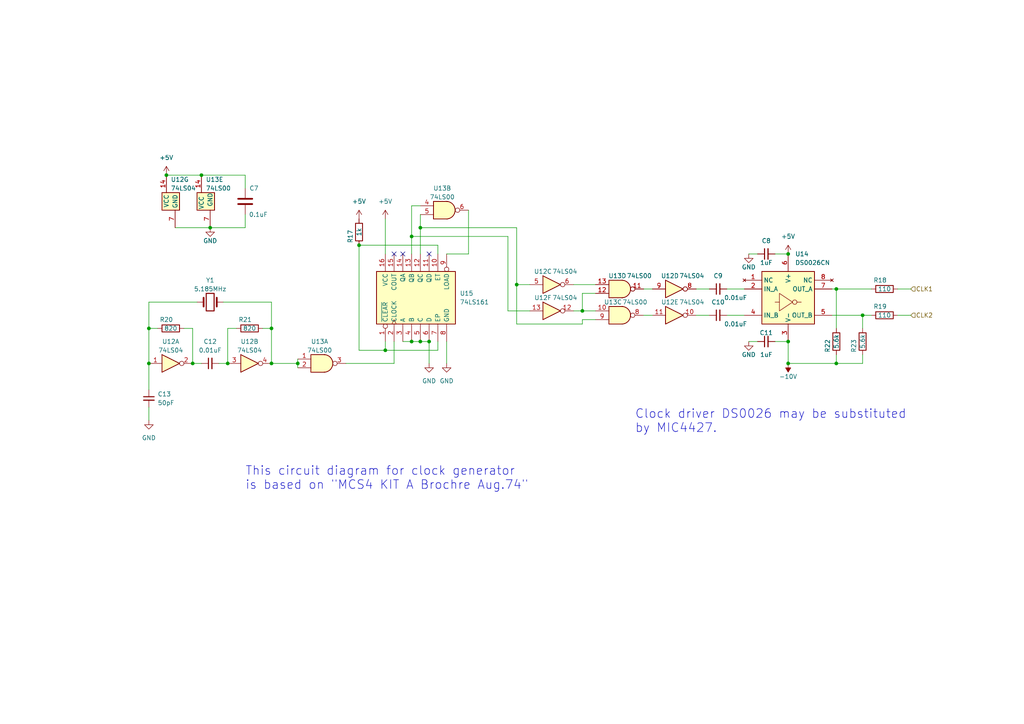
<source format=kicad_sch>
(kicad_sch (version 20230121) (generator eeschema)

  (uuid e17c71f1-4021-4aa2-97c5-79517cc19b47)

  (paper "A4")

  (lib_symbols
    (symbol "000_MyLibrary:74H04" (in_bom yes) (on_board yes)
      (property "Reference" "U" (at 0 2.54 0)
        (effects (font (size 1.27 1.27)))
      )
      (property "Value" "74H04" (at 1.27 -2.54 0)
        (effects (font (size 1.27 1.27)))
      )
      (property "Footprint" "Package_DIP:DIP-14_W7.62mm" (at 0 0 0)
        (effects (font (size 1.27 1.27)) hide)
      )
      (property "Datasheet" "http://www.ti.com/lit/gpn/sn74LS04" (at 0 -3.81 0)
        (effects (font (size 1.27 1.27)) hide)
      )
      (property "ki_locked" "" (at 0 0 0)
        (effects (font (size 1.27 1.27)))
      )
      (property "ki_keywords" "TTL not inv" (at 0 0 0)
        (effects (font (size 1.27 1.27)) hide)
      )
      (property "ki_description" "Hex Inverter" (at 0 0 0)
        (effects (font (size 1.27 1.27)) hide)
      )
      (property "ki_fp_filters" "DIP*W7.62mm* SSOP?14* TSSOP?14*" (at 0 0 0)
        (effects (font (size 1.27 1.27)) hide)
      )
      (symbol "74H04_1_0"
        (polyline
          (pts
            (xy -2.54 2.54)
            (xy -2.54 -2.54)
            (xy 2.54 0)
            (xy -2.54 2.54)
          )
          (stroke (width 0.254) (type default))
          (fill (type background))
        )
      )
      (symbol "74H04_1_1"
        (pin input line (at -6.35 0 0) (length 3.81)
          (name "~" (effects (font (size 1.27 1.27))))
          (number "1" (effects (font (size 1.27 1.27))))
        )
        (pin output inverted (at 6.35 0 180) (length 3.81)
          (name "~" (effects (font (size 1.27 1.27))))
          (number "2" (effects (font (size 1.27 1.27))))
        )
      )
      (symbol "74H04_1_2"
        (pin input inverted (at -6.35 0 0) (length 3.81)
          (name "~" (effects (font (size 1.27 1.27))))
          (number "1" (effects (font (size 1.27 1.27))))
        )
        (pin output line (at 6.35 0 180) (length 3.81)
          (name "~" (effects (font (size 1.27 1.27))))
          (number "2" (effects (font (size 1.27 1.27))))
        )
      )
      (symbol "74H04_2_0"
        (polyline
          (pts
            (xy -2.54 2.54)
            (xy -2.54 -2.54)
            (xy 2.54 0)
            (xy -2.54 2.54)
          )
          (stroke (width 0.254) (type default))
          (fill (type background))
        )
      )
      (symbol "74H04_2_1"
        (pin input line (at -6.35 0 0) (length 3.81)
          (name "~" (effects (font (size 1.27 1.27))))
          (number "3" (effects (font (size 1.27 1.27))))
        )
        (pin output inverted (at 6.35 0 180) (length 3.81)
          (name "~" (effects (font (size 1.27 1.27))))
          (number "4" (effects (font (size 1.27 1.27))))
        )
      )
      (symbol "74H04_2_2"
        (pin input inverted (at -6.35 0 0) (length 3.81)
          (name "~" (effects (font (size 1.27 1.27))))
          (number "3" (effects (font (size 1.27 1.27))))
        )
        (pin output line (at 6.35 0 180) (length 3.81)
          (name "~" (effects (font (size 1.27 1.27))))
          (number "4" (effects (font (size 1.27 1.27))))
        )
      )
      (symbol "74H04_3_0"
        (polyline
          (pts
            (xy -2.54 2.54)
            (xy -2.54 -2.54)
            (xy 2.54 0)
            (xy -2.54 2.54)
          )
          (stroke (width 0.254) (type default))
          (fill (type background))
        )
      )
      (symbol "74H04_3_1"
        (pin input line (at -6.35 0 0) (length 3.81)
          (name "~" (effects (font (size 1.27 1.27))))
          (number "5" (effects (font (size 1.27 1.27))))
        )
        (pin output inverted (at 6.35 0 180) (length 3.81)
          (name "~" (effects (font (size 1.27 1.27))))
          (number "6" (effects (font (size 1.27 1.27))))
        )
      )
      (symbol "74H04_3_2"
        (pin input inverted (at -6.35 0 0) (length 3.81)
          (name "~" (effects (font (size 1.27 1.27))))
          (number "5" (effects (font (size 1.27 1.27))))
        )
        (pin output line (at 6.35 0 180) (length 3.81)
          (name "~" (effects (font (size 1.27 1.27))))
          (number "6" (effects (font (size 1.27 1.27))))
        )
      )
      (symbol "74H04_4_0"
        (polyline
          (pts
            (xy -2.54 2.54)
            (xy -2.54 -2.54)
            (xy 2.54 0)
            (xy -2.54 2.54)
          )
          (stroke (width 0.254) (type default))
          (fill (type background))
        )
      )
      (symbol "74H04_4_1"
        (pin output inverted (at 6.35 0 180) (length 3.81)
          (name "~" (effects (font (size 1.27 1.27))))
          (number "8" (effects (font (size 1.27 1.27))))
        )
        (pin input line (at -6.35 0 0) (length 3.81)
          (name "~" (effects (font (size 1.27 1.27))))
          (number "9" (effects (font (size 1.27 1.27))))
        )
      )
      (symbol "74H04_4_2"
        (pin output line (at 6.35 0 180) (length 3.81)
          (name "~" (effects (font (size 1.27 1.27))))
          (number "8" (effects (font (size 1.27 1.27))))
        )
        (pin input inverted (at -6.35 0 0) (length 3.81)
          (name "~" (effects (font (size 1.27 1.27))))
          (number "9" (effects (font (size 1.27 1.27))))
        )
      )
      (symbol "74H04_5_0"
        (polyline
          (pts
            (xy -2.54 2.54)
            (xy -2.54 -2.54)
            (xy 2.54 0)
            (xy -2.54 2.54)
          )
          (stroke (width 0.254) (type default))
          (fill (type background))
        )
      )
      (symbol "74H04_5_1"
        (pin output inverted (at 6.35 0 180) (length 3.81)
          (name "~" (effects (font (size 1.27 1.27))))
          (number "10" (effects (font (size 1.27 1.27))))
        )
        (pin input line (at -6.35 0 0) (length 3.81)
          (name "~" (effects (font (size 1.27 1.27))))
          (number "11" (effects (font (size 1.27 1.27))))
        )
      )
      (symbol "74H04_5_2"
        (pin output line (at 6.35 0 180) (length 3.81)
          (name "~" (effects (font (size 1.27 1.27))))
          (number "10" (effects (font (size 1.27 1.27))))
        )
        (pin input inverted (at -6.35 0 0) (length 3.81)
          (name "~" (effects (font (size 1.27 1.27))))
          (number "11" (effects (font (size 1.27 1.27))))
        )
      )
      (symbol "74H04_6_0"
        (polyline
          (pts
            (xy -2.54 2.54)
            (xy -2.54 -2.54)
            (xy 2.54 0)
            (xy -2.54 2.54)
          )
          (stroke (width 0.254) (type default))
          (fill (type background))
        )
      )
      (symbol "74H04_6_1"
        (pin output inverted (at 6.35 0 180) (length 3.81)
          (name "~" (effects (font (size 1.27 1.27))))
          (number "12" (effects (font (size 1.27 1.27))))
        )
        (pin input line (at -6.35 0 0) (length 3.81)
          (name "~" (effects (font (size 1.27 1.27))))
          (number "13" (effects (font (size 1.27 1.27))))
        )
      )
      (symbol "74H04_6_2"
        (pin output line (at 6.35 0 180) (length 3.81)
          (name "~" (effects (font (size 1.27 1.27))))
          (number "12" (effects (font (size 1.27 1.27))))
        )
        (pin input inverted (at -6.35 0 0) (length 3.81)
          (name "~" (effects (font (size 1.27 1.27))))
          (number "13" (effects (font (size 1.27 1.27))))
        )
      )
      (symbol "74H04_7_0"
        (rectangle (start -2.54 2.54) (end 2.54 -2.54)
          (stroke (width 0.254) (type default))
          (fill (type background))
        )
        (pin power_in line (at -1.27 7.62 270) (length 5.08)
          (name "VCC" (effects (font (size 1.27 1.27))))
          (number "14" (effects (font (size 1.27 1.27))))
        )
        (pin power_in line (at 1.27 -7.62 90) (length 5.08)
          (name "GND" (effects (font (size 1.27 1.27))))
          (number "7" (effects (font (size 1.27 1.27))))
        )
      )
    )
    (symbol "000_MyLibrary:74LS00" (pin_names (offset 1.016)) (in_bom yes) (on_board yes)
      (property "Reference" "U" (at -1.27 6.35 0)
        (effects (font (size 1.27 1.27)))
      )
      (property "Value" "74LS00" (at 1.27 3.81 0)
        (effects (font (size 1.27 1.27)))
      )
      (property "Footprint" "" (at -2.286 0 0)
        (effects (font (size 1.27 1.27)) hide)
      )
      (property "Datasheet" "http://www.ti.com/lit/gpn/sn74ls00" (at -1.27 -5.08 0)
        (effects (font (size 1.27 1.27)) hide)
      )
      (property "ki_locked" "" (at 0 0 0)
        (effects (font (size 1.27 1.27)))
      )
      (property "ki_keywords" "TTL nand 2-input" (at 0 0 0)
        (effects (font (size 1.27 1.27)) hide)
      )
      (property "ki_description" "quad 2-input NAND gate" (at 0 0 0)
        (effects (font (size 1.27 1.27)) hide)
      )
      (property "ki_fp_filters" "DIP*W7.62mm* SO14*" (at 0 0 0)
        (effects (font (size 1.27 1.27)) hide)
      )
      (symbol "74LS00_1_1"
        (polyline
          (pts
            (xy 0.254 2.54)
            (xy -3.81 2.54)
            (xy -3.81 -2.54)
            (xy 0.254 -2.54)
          )
          (stroke (width 0.254) (type default))
          (fill (type background))
        )
        (arc (start 0.0225 -2.54) (mid 2.5401 0) (end 0.0225 2.54)
          (stroke (width 0.254) (type default))
          (fill (type background))
        )
        (pin input line (at -7.62 1.27 0) (length 3.81)
          (name "~" (effects (font (size 1.27 1.27))))
          (number "1" (effects (font (size 1.27 1.27))))
        )
        (pin input line (at -7.62 -1.27 0) (length 3.81)
          (name "~" (effects (font (size 1.27 1.27))))
          (number "2" (effects (font (size 1.27 1.27))))
        )
        (pin output inverted (at 6.35 0 180) (length 3.81)
          (name "~" (effects (font (size 1.27 1.27))))
          (number "3" (effects (font (size 1.27 1.27))))
        )
      )
      (symbol "74LS00_1_2"
        (arc (start -3.81 -2.54) (mid -2.964 0) (end -3.81 2.54)
          (stroke (width 0.254) (type default))
          (fill (type none))
        )
        (arc (start -2.032 -2.54) (mid 0.6219 -1.9322) (end 2.54 0)
          (stroke (width 0.254) (type default))
          (fill (type background))
        )
        (polyline
          (pts
            (xy -3.81 -2.54)
            (xy -2.032 -2.54)
          )
          (stroke (width 0.254) (type default))
          (fill (type none))
        )
        (polyline
          (pts
            (xy -3.81 2.54)
            (xy -2.032 2.54)
          )
          (stroke (width 0.254) (type default))
          (fill (type none))
        )
        (polyline
          (pts
            (xy -1.27 2.54)
            (xy -3.81 2.54)
            (xy -3.175 1.27)
            (xy -2.794 0)
            (xy -3.175 -1.27)
            (xy -3.81 -2.54)
            (xy -1.27 -2.54)
          )
          (stroke (width -25.4) (type default))
          (fill (type background))
        )
        (arc (start 2.54 0) (mid 0.4797 1.9402) (end -2.286 2.54)
          (stroke (width 0.254) (type default))
          (fill (type background))
        )
        (pin input inverted (at -7.62 1.27 0) (length 4.318)
          (name "~" (effects (font (size 1.27 1.27))))
          (number "1" (effects (font (size 1.27 1.27))))
        )
        (pin input inverted (at -7.62 -1.27 0) (length 4.318)
          (name "~" (effects (font (size 1.27 1.27))))
          (number "2" (effects (font (size 1.27 1.27))))
        )
        (pin output line (at 6.35 0 180) (length 3.81)
          (name "~" (effects (font (size 1.27 1.27))))
          (number "3" (effects (font (size 1.27 1.27))))
        )
      )
      (symbol "74LS00_2_1"
        (arc (start 0 -2.54) (mid 2.4571 0) (end 0 2.54)
          (stroke (width 0.254) (type default))
          (fill (type background))
        )
        (polyline
          (pts
            (xy 0.254 2.54)
            (xy -3.81 2.54)
            (xy -3.81 -2.54)
            (xy 0.254 -2.54)
          )
          (stroke (width 0.254) (type default))
          (fill (type background))
        )
        (pin input line (at -7.62 1.27 0) (length 3.81)
          (name "~" (effects (font (size 1.27 1.27))))
          (number "4" (effects (font (size 1.27 1.27))))
        )
        (pin input line (at -7.62 -1.27 0) (length 3.81)
          (name "~" (effects (font (size 1.27 1.27))))
          (number "5" (effects (font (size 1.27 1.27))))
        )
        (pin output inverted (at 6.35 0 180) (length 3.81)
          (name "~" (effects (font (size 1.27 1.27))))
          (number "6" (effects (font (size 1.27 1.27))))
        )
      )
      (symbol "74LS00_2_2"
        (arc (start -3.722 -2.54) (mid -2.876 0) (end -3.722 2.54)
          (stroke (width 0.254) (type default))
          (fill (type none))
        )
        (arc (start -1.944 -2.54) (mid 0.7099 -1.9322) (end 2.628 0)
          (stroke (width 0.254) (type default))
          (fill (type background))
        )
        (polyline
          (pts
            (xy -3.722 -2.54)
            (xy -1.944 -2.54)
          )
          (stroke (width 0.254) (type default))
          (fill (type none))
        )
        (polyline
          (pts
            (xy -3.722 2.54)
            (xy -1.944 2.54)
          )
          (stroke (width 0.254) (type default))
          (fill (type none))
        )
        (polyline
          (pts
            (xy -1.182 2.54)
            (xy -3.722 2.54)
            (xy -3.087 1.27)
            (xy -2.706 0)
            (xy -3.087 -1.27)
            (xy -3.722 -2.54)
            (xy -1.182 -2.54)
          )
          (stroke (width -25.4) (type default))
          (fill (type background))
        )
        (arc (start 2.628 0) (mid 0.5677 1.9402) (end -2.198 2.54)
          (stroke (width 0.254) (type default))
          (fill (type background))
        )
        (pin input inverted (at -7.62 1.27 0) (length 4.318)
          (name "~" (effects (font (size 1.27 1.27))))
          (number "4" (effects (font (size 1.27 1.27))))
        )
        (pin input inverted (at -7.62 -1.27 0) (length 4.318)
          (name "~" (effects (font (size 1.27 1.27))))
          (number "5" (effects (font (size 1.27 1.27))))
        )
        (pin output line (at 6.35 0 180) (length 3.81)
          (name "~" (effects (font (size 1.27 1.27))))
          (number "6" (effects (font (size 1.27 1.27))))
        )
      )
      (symbol "74LS00_3_1"
        (polyline
          (pts
            (xy 0.254 2.54)
            (xy -3.7257 2.54)
            (xy -3.7257 -2.54)
            (xy 0.254 -2.54)
          )
          (stroke (width 0.254) (type default))
          (fill (type background))
        )
        (arc (start 0.0843 -2.54) (mid 2.5414 0) (end 0.0843 2.54)
          (stroke (width 0.254) (type default))
          (fill (type background))
        )
        (pin input line (at -7.62 -1.27 0) (length 3.81)
          (name "~" (effects (font (size 1.27 1.27))))
          (number "10" (effects (font (size 1.27 1.27))))
        )
        (pin output inverted (at 6.35 0 180) (length 3.81)
          (name "~" (effects (font (size 1.27 1.27))))
          (number "8" (effects (font (size 1.27 1.27))))
        )
        (pin input line (at -7.62 1.27 0) (length 3.81)
          (name "~" (effects (font (size 1.27 1.27))))
          (number "9" (effects (font (size 1.27 1.27))))
        )
      )
      (symbol "74LS00_3_2"
        (arc (start -3.722 -2.54) (mid -2.876 0) (end -3.722 2.54)
          (stroke (width 0.254) (type default))
          (fill (type none))
        )
        (arc (start -1.944 -2.54) (mid 0.7099 -1.9322) (end 2.628 0)
          (stroke (width 0.254) (type default))
          (fill (type background))
        )
        (polyline
          (pts
            (xy -3.722 -2.54)
            (xy -1.944 -2.54)
          )
          (stroke (width 0.254) (type default))
          (fill (type none))
        )
        (polyline
          (pts
            (xy -3.722 2.54)
            (xy -1.944 2.54)
          )
          (stroke (width 0.254) (type default))
          (fill (type none))
        )
        (polyline
          (pts
            (xy -1.182 2.54)
            (xy -3.722 2.54)
            (xy -3.087 1.27)
            (xy -2.706 0)
            (xy -3.087 -1.27)
            (xy -3.722 -2.54)
            (xy -1.182 -2.54)
          )
          (stroke (width -25.4) (type default))
          (fill (type background))
        )
        (arc (start 2.628 0) (mid 0.5677 1.9402) (end -2.198 2.54)
          (stroke (width 0.254) (type default))
          (fill (type background))
        )
        (pin input inverted (at -7.62 -1.27 0) (length 4.318)
          (name "~" (effects (font (size 1.27 1.27))))
          (number "10" (effects (font (size 1.27 1.27))))
        )
        (pin output line (at 6.35 0 180) (length 3.81)
          (name "~" (effects (font (size 1.27 1.27))))
          (number "8" (effects (font (size 1.27 1.27))))
        )
        (pin input inverted (at -7.62 1.27 0) (length 4.318)
          (name "~" (effects (font (size 1.27 1.27))))
          (number "9" (effects (font (size 1.27 1.27))))
        )
      )
      (symbol "74LS00_4_1"
        (polyline
          (pts
            (xy 0.254 2.54)
            (xy -3.7257 2.54)
            (xy -3.7257 -2.54)
            (xy 0.254 -2.54)
          )
          (stroke (width 0.254) (type default))
          (fill (type background))
        )
        (arc (start 0.0843 -2.54) (mid 2.5414 0) (end 0.0843 2.54)
          (stroke (width 0.254) (type default))
          (fill (type background))
        )
        (pin output inverted (at 6.35 0 180) (length 3.81)
          (name "~" (effects (font (size 1.27 1.27))))
          (number "11" (effects (font (size 1.27 1.27))))
        )
        (pin input line (at -7.62 1.27 0) (length 3.81)
          (name "~" (effects (font (size 1.27 1.27))))
          (number "12" (effects (font (size 1.27 1.27))))
        )
        (pin input line (at -7.62 -1.27 0) (length 3.81)
          (name "~" (effects (font (size 1.27 1.27))))
          (number "13" (effects (font (size 1.27 1.27))))
        )
      )
      (symbol "74LS00_4_2"
        (arc (start -3.722 -2.54) (mid -2.876 0) (end -3.722 2.54)
          (stroke (width 0.254) (type default))
          (fill (type none))
        )
        (arc (start -1.944 -2.54) (mid 0.7099 -1.9322) (end 2.628 0)
          (stroke (width 0.254) (type default))
          (fill (type background))
        )
        (polyline
          (pts
            (xy -3.722 -2.54)
            (xy -1.944 -2.54)
          )
          (stroke (width 0.254) (type default))
          (fill (type none))
        )
        (polyline
          (pts
            (xy -3.722 2.54)
            (xy -1.944 2.54)
          )
          (stroke (width 0.254) (type default))
          (fill (type none))
        )
        (polyline
          (pts
            (xy -1.182 2.54)
            (xy -3.722 2.54)
            (xy -3.087 1.27)
            (xy -2.706 0)
            (xy -3.087 -1.27)
            (xy -3.722 -2.54)
            (xy -1.182 -2.54)
          )
          (stroke (width -25.4) (type default))
          (fill (type background))
        )
        (arc (start 2.628 0) (mid 0.5677 1.9402) (end -2.198 2.54)
          (stroke (width 0.254) (type default))
          (fill (type background))
        )
        (pin output line (at 6.35 0 180) (length 3.81)
          (name "~" (effects (font (size 1.27 1.27))))
          (number "11" (effects (font (size 1.27 1.27))))
        )
        (pin input inverted (at -7.62 1.27 0) (length 4.318)
          (name "~" (effects (font (size 1.27 1.27))))
          (number "12" (effects (font (size 1.27 1.27))))
        )
        (pin input inverted (at -7.62 -1.27 0) (length 4.318)
          (name "~" (effects (font (size 1.27 1.27))))
          (number "13" (effects (font (size 1.27 1.27))))
        )
      )
      (symbol "74LS00_5_0"
        (pin power_in line (at -1.27 7.62 270) (length 5.08)
          (name "VCC" (effects (font (size 1.27 1.27))))
          (number "14" (effects (font (size 1.27 1.27))))
        )
        (pin power_in line (at 1.27 -7.62 90) (length 5.08)
          (name "GND" (effects (font (size 1.27 1.27))))
          (number "7" (effects (font (size 1.27 1.27))))
        )
      )
      (symbol "74LS00_5_1"
        (rectangle (start -2.54 2.54) (end 2.54 -2.54)
          (stroke (width 0.254) (type default))
          (fill (type background))
        )
      )
    )
    (symbol "000_MyLibrary:74LS161" (in_bom yes) (on_board yes)
      (property "Reference" "U" (at -6.35 13.97 0)
        (effects (font (size 1.27 1.27)))
      )
      (property "Value" "74LS161" (at 0 11.43 0)
        (effects (font (size 1.27 1.27)))
      )
      (property "Footprint" "Package_DIP:DIP-16_W7.62mm" (at 0 -13.97 0)
        (effects (font (size 1.27 1.27)) hide)
      )
      (property "Datasheet" "" (at -7.62 10.16 0)
        (effects (font (size 1.27 1.27)) hide)
      )
      (property "ki_keywords" "TTL Counter" (at 0 0 0)
        (effects (font (size 1.27 1.27)) hide)
      )
      (property "ki_description" "synchronous presettable 4-bit binary counter, asynchronous clear" (at 0 0 0)
        (effects (font (size 1.27 1.27)) hide)
      )
      (property "ki_fp_filters" "DIP*W7.62mm* SOP*7.0x12.5mm*P1.27mm* SSOP*4.4x6.5mm*P0.65mm* SOIC*7.5x11.6mm*P1.27mm*" (at 0 0 0)
        (effects (font (size 1.27 1.27)) hide)
      )
      (symbol "74LS161_0_1"
        (rectangle (start -7.62 10.16) (end 7.62 -12.7)
          (stroke (width 0.254) (type default))
          (fill (type background))
        )
      )
      (symbol "74LS161_1_1"
        (pin input inverted (at -12.7 7.62 0) (length 5.08)
          (name "~{CLEAR}" (effects (font (size 1.27 1.27))))
          (number "1" (effects (font (size 1.27 1.27))))
        )
        (pin input line (at 12.7 -7.62 180) (length 5.08)
          (name "ET" (effects (font (size 1.27 1.27))))
          (number "10" (effects (font (size 1.27 1.27))))
        )
        (pin output line (at 12.7 -5.08 180) (length 5.08)
          (name "QD" (effects (font (size 1.27 1.27))))
          (number "11" (effects (font (size 1.27 1.27))))
        )
        (pin output line (at 12.7 -2.54 180) (length 5.08)
          (name "QC" (effects (font (size 1.27 1.27))))
          (number "12" (effects (font (size 1.27 1.27))))
        )
        (pin output line (at 12.7 0 180) (length 5.08)
          (name "QB" (effects (font (size 1.27 1.27))))
          (number "13" (effects (font (size 1.27 1.27))))
        )
        (pin output line (at 12.7 2.54 180) (length 5.08)
          (name "QA" (effects (font (size 1.27 1.27))))
          (number "14" (effects (font (size 1.27 1.27))))
        )
        (pin output line (at 12.7 5.08 180) (length 5.08)
          (name "COUT" (effects (font (size 1.27 1.27))))
          (number "15" (effects (font (size 1.27 1.27))))
        )
        (pin power_in line (at 12.7 7.62 180) (length 5.08)
          (name "VCC" (effects (font (size 1.27 1.27))))
          (number "16" (effects (font (size 1.27 1.27))))
        )
        (pin input clock (at -12.7 5.08 0) (length 5.08)
          (name "CLOCK" (effects (font (size 1.27 1.27))))
          (number "2" (effects (font (size 1.27 1.27))))
        )
        (pin input line (at -12.7 2.54 0) (length 5.08)
          (name "A" (effects (font (size 1.27 1.27))))
          (number "3" (effects (font (size 1.27 1.27))))
        )
        (pin input line (at -12.7 0 0) (length 5.08)
          (name "B" (effects (font (size 1.27 1.27))))
          (number "4" (effects (font (size 1.27 1.27))))
        )
        (pin input line (at -12.7 -2.54 0) (length 5.08)
          (name "C" (effects (font (size 1.27 1.27))))
          (number "5" (effects (font (size 1.27 1.27))))
        )
        (pin input line (at -12.7 -5.08 0) (length 5.08)
          (name "D" (effects (font (size 1.27 1.27))))
          (number "6" (effects (font (size 1.27 1.27))))
        )
        (pin input line (at -12.7 -7.62 0) (length 5.08)
          (name "EP" (effects (font (size 1.27 1.27))))
          (number "7" (effects (font (size 1.27 1.27))))
        )
        (pin power_in line (at -12.7 -10.16 0) (length 5.08)
          (name "GND" (effects (font (size 1.27 1.27))))
          (number "8" (effects (font (size 1.27 1.27))))
        )
        (pin input inverted (at 12.7 -10.16 180) (length 5.08)
          (name "LOAD" (effects (font (size 1.27 1.27))))
          (number "9" (effects (font (size 1.27 1.27))))
        )
      )
    )
    (symbol "000_MyLibrary:C" (pin_numbers hide) (pin_names (offset 0.254)) (in_bom yes) (on_board yes)
      (property "Reference" "C" (at 0.635 2.54 0)
        (effects (font (size 1.27 1.27)) (justify left))
      )
      (property "Value" "C" (at 0.635 -2.54 0)
        (effects (font (size 1.27 1.27)) (justify left))
      )
      (property "Footprint" "" (at 0.9652 -3.81 0)
        (effects (font (size 1.27 1.27)) hide)
      )
      (property "Datasheet" "~" (at 0 0 0)
        (effects (font (size 1.27 1.27)) hide)
      )
      (property "ki_keywords" "cap capacitor" (at 0 0 0)
        (effects (font (size 1.27 1.27)) hide)
      )
      (property "ki_description" "Unpolarized capacitor" (at 0 0 0)
        (effects (font (size 1.27 1.27)) hide)
      )
      (property "ki_fp_filters" "C_*" (at 0 0 0)
        (effects (font (size 1.27 1.27)) hide)
      )
      (symbol "C_0_1"
        (polyline
          (pts
            (xy -2.032 -0.762)
            (xy 2.032 -0.762)
          )
          (stroke (width 0.508) (type default))
          (fill (type none))
        )
        (polyline
          (pts
            (xy -2.032 0.762)
            (xy 2.032 0.762)
          )
          (stroke (width 0.508) (type default))
          (fill (type none))
        )
      )
      (symbol "C_1_1"
        (pin passive line (at 0 3.81 270) (length 2.794)
          (name "~" (effects (font (size 1.27 1.27))))
          (number "1" (effects (font (size 1.27 1.27))))
        )
        (pin passive line (at 0 -3.81 90) (length 2.794)
          (name "~" (effects (font (size 1.27 1.27))))
          (number "2" (effects (font (size 1.27 1.27))))
        )
      )
    )
    (symbol "000_MyLibrary:C_Small" (pin_numbers hide) (pin_names (offset 0.254) hide) (in_bom yes) (on_board yes)
      (property "Reference" "C" (at 0.254 1.778 0)
        (effects (font (size 1.27 1.27)) (justify left))
      )
      (property "Value" "C_Small" (at 0.254 -2.032 0)
        (effects (font (size 1.27 1.27)) (justify left))
      )
      (property "Footprint" "" (at 0 0 0)
        (effects (font (size 1.27 1.27)) hide)
      )
      (property "Datasheet" "~" (at 0 0 0)
        (effects (font (size 1.27 1.27)) hide)
      )
      (property "ki_keywords" "capacitor cap" (at 0 0 0)
        (effects (font (size 1.27 1.27)) hide)
      )
      (property "ki_description" "Unpolarized capacitor, small symbol" (at 0 0 0)
        (effects (font (size 1.27 1.27)) hide)
      )
      (property "ki_fp_filters" "C_*" (at 0 0 0)
        (effects (font (size 1.27 1.27)) hide)
      )
      (symbol "C_Small_0_1"
        (polyline
          (pts
            (xy -1.524 -0.508)
            (xy 1.524 -0.508)
          )
          (stroke (width 0.3302) (type default))
          (fill (type none))
        )
        (polyline
          (pts
            (xy -1.524 0.508)
            (xy 1.524 0.508)
          )
          (stroke (width 0.3048) (type default))
          (fill (type none))
        )
      )
      (symbol "C_Small_1_1"
        (pin passive line (at 0 2.54 270) (length 2.032)
          (name "~" (effects (font (size 1.27 1.27))))
          (number "1" (effects (font (size 1.27 1.27))))
        )
        (pin passive line (at 0 -2.54 90) (length 2.032)
          (name "~" (effects (font (size 1.27 1.27))))
          (number "2" (effects (font (size 1.27 1.27))))
        )
      )
    )
    (symbol "000_MyLibrary:Crystal" (pin_numbers hide) (pin_names (offset 1.016) hide) (in_bom yes) (on_board yes)
      (property "Reference" "Y" (at 0 3.81 0)
        (effects (font (size 1.27 1.27)))
      )
      (property "Value" "Crystal" (at 0 -3.81 0)
        (effects (font (size 1.27 1.27)))
      )
      (property "Footprint" "" (at 0 0 0)
        (effects (font (size 1.27 1.27)) hide)
      )
      (property "Datasheet" "~" (at 0 0 0)
        (effects (font (size 1.27 1.27)) hide)
      )
      (property "ki_keywords" "quartz ceramic resonator oscillator" (at 0 0 0)
        (effects (font (size 1.27 1.27)) hide)
      )
      (property "ki_description" "Two pin crystal" (at 0 0 0)
        (effects (font (size 1.27 1.27)) hide)
      )
      (property "ki_fp_filters" "Crystal*" (at 0 0 0)
        (effects (font (size 1.27 1.27)) hide)
      )
      (symbol "Crystal_0_1"
        (rectangle (start -1.143 2.54) (end 1.143 -2.54)
          (stroke (width 0.3048) (type default))
          (fill (type none))
        )
        (polyline
          (pts
            (xy -2.54 0)
            (xy -1.905 0)
          )
          (stroke (width 0) (type default))
          (fill (type none))
        )
        (polyline
          (pts
            (xy -1.905 -1.27)
            (xy -1.905 1.27)
          )
          (stroke (width 0.508) (type default))
          (fill (type none))
        )
        (polyline
          (pts
            (xy 1.905 -1.27)
            (xy 1.905 1.27)
          )
          (stroke (width 0.508) (type default))
          (fill (type none))
        )
        (polyline
          (pts
            (xy 2.54 0)
            (xy 1.905 0)
          )
          (stroke (width 0) (type default))
          (fill (type none))
        )
      )
      (symbol "Crystal_1_1"
        (pin passive line (at -3.81 0 0) (length 1.27)
          (name "1" (effects (font (size 1.27 1.27))))
          (number "1" (effects (font (size 1.27 1.27))))
        )
        (pin passive line (at 3.81 0 180) (length 1.27)
          (name "2" (effects (font (size 1.27 1.27))))
          (number "2" (effects (font (size 1.27 1.27))))
        )
      )
    )
    (symbol "000_MyLibrary:DS0026CN" (in_bom yes) (on_board yes)
      (property "Reference" "U" (at -7.62 -11.43 0)
        (effects (font (size 1.27 1.27)))
      )
      (property "Value" "DS0026CN" (at 6.35 -11.43 0)
        (effects (font (size 1.27 1.27)))
      )
      (property "Footprint" "" (at -13.97 -33.02 0)
        (effects (font (size 1.27 1.27)) hide)
      )
      (property "Datasheet" "" (at -13.97 -33.02 0)
        (effects (font (size 1.27 1.27)) hide)
      )
      (symbol "DS0026CN_0_1"
        (circle (center 1.905 -21.59) (radius 0.6373)
          (stroke (width 0) (type default))
          (fill (type none))
        )
      )
      (symbol "DS0026CN_1_0"
        (pin no_connect line (at -12.7 -15.24 0) (length 5.08)
          (name "NC" (effects (font (size 1.27 1.27))))
          (number "1" (effects (font (size 1.27 1.27))))
        )
        (pin input line (at -12.7 -17.78 0) (length 5.08)
          (name "IN_A" (effects (font (size 1.27 1.27))))
          (number "2" (effects (font (size 1.27 1.27))))
        )
        (pin power_in line (at 0 -33.02 90) (length 5.08)
          (name "V-" (effects (font (size 1.27 1.27))))
          (number "3" (effects (font (size 1.27 1.27))))
        )
        (pin input line (at -12.7 -25.4 0) (length 5.08)
          (name "IN_B" (effects (font (size 1.27 1.27))))
          (number "4" (effects (font (size 1.27 1.27))))
        )
        (pin output line (at 12.7 -25.4 180) (length 5.08)
          (name "OUT_B" (effects (font (size 1.27 1.27))))
          (number "5" (effects (font (size 1.27 1.27))))
        )
        (pin power_in line (at 0 -7.62 270) (length 5.08)
          (name "V+" (effects (font (size 1.27 1.27))))
          (number "6" (effects (font (size 1.27 1.27))))
        )
        (pin output line (at 12.7 -17.78 180) (length 5.08)
          (name "OUT_A" (effects (font (size 1.27 1.27))))
          (number "7" (effects (font (size 1.27 1.27))))
        )
        (pin no_connect line (at 12.7 -15.24 180) (length 5.08)
          (name "NC" (effects (font (size 1.27 1.27))))
          (number "8" (effects (font (size 1.27 1.27))))
        )
      )
      (symbol "DS0026CN_1_1"
        (rectangle (start -7.62 -12.7) (end 7.62 -27.94)
          (stroke (width 0.254) (type default))
          (fill (type background))
        )
        (polyline
          (pts
            (xy -2.54 -21.59)
            (xy -3.81 -21.59)
          )
          (stroke (width 0) (type default))
          (fill (type none))
        )
        (polyline
          (pts
            (xy 2.54 -21.59)
            (xy 3.81 -21.59)
          )
          (stroke (width 0) (type default))
          (fill (type none))
        )
        (polyline
          (pts
            (xy 1.27 -21.59)
            (xy -2.54 -19.05)
            (xy -2.54 -24.13)
            (xy 1.27 -21.59)
          )
          (stroke (width 0) (type default))
          (fill (type none))
        )
      )
    )
    (symbol "000_MyLibrary:R" (pin_numbers hide) (pin_names (offset 0)) (in_bom yes) (on_board yes)
      (property "Reference" "R" (at 2.032 0 90)
        (effects (font (size 1.27 1.27)))
      )
      (property "Value" "R" (at 0 0 90)
        (effects (font (size 1.27 1.27)))
      )
      (property "Footprint" "" (at -1.778 0 90)
        (effects (font (size 1.27 1.27)) hide)
      )
      (property "Datasheet" "~" (at 0 0 0)
        (effects (font (size 1.27 1.27)) hide)
      )
      (property "ki_keywords" "R res resistor" (at 0 0 0)
        (effects (font (size 1.27 1.27)) hide)
      )
      (property "ki_description" "Resistor" (at 0 0 0)
        (effects (font (size 1.27 1.27)) hide)
      )
      (property "ki_fp_filters" "R_*" (at 0 0 0)
        (effects (font (size 1.27 1.27)) hide)
      )
      (symbol "R_0_1"
        (rectangle (start -1.016 -2.54) (end 1.016 2.54)
          (stroke (width 0.254) (type default))
          (fill (type none))
        )
      )
      (symbol "R_1_1"
        (pin passive line (at 0 3.81 270) (length 1.27)
          (name "~" (effects (font (size 1.27 1.27))))
          (number "1" (effects (font (size 1.27 1.27))))
        )
        (pin passive line (at 0 -3.81 90) (length 1.27)
          (name "~" (effects (font (size 1.27 1.27))))
          (number "2" (effects (font (size 1.27 1.27))))
        )
      )
    )
    (symbol "power:+5V" (power) (pin_names (offset 0)) (in_bom yes) (on_board yes)
      (property "Reference" "#PWR" (at 0 -3.81 0)
        (effects (font (size 1.27 1.27)) hide)
      )
      (property "Value" "+5V" (at 0 3.556 0)
        (effects (font (size 1.27 1.27)))
      )
      (property "Footprint" "" (at 0 0 0)
        (effects (font (size 1.27 1.27)) hide)
      )
      (property "Datasheet" "" (at 0 0 0)
        (effects (font (size 1.27 1.27)) hide)
      )
      (property "ki_keywords" "global power" (at 0 0 0)
        (effects (font (size 1.27 1.27)) hide)
      )
      (property "ki_description" "Power symbol creates a global label with name \"+5V\"" (at 0 0 0)
        (effects (font (size 1.27 1.27)) hide)
      )
      (symbol "+5V_0_1"
        (polyline
          (pts
            (xy -0.762 1.27)
            (xy 0 2.54)
          )
          (stroke (width 0) (type default))
          (fill (type none))
        )
        (polyline
          (pts
            (xy 0 0)
            (xy 0 2.54)
          )
          (stroke (width 0) (type default))
          (fill (type none))
        )
        (polyline
          (pts
            (xy 0 2.54)
            (xy 0.762 1.27)
          )
          (stroke (width 0) (type default))
          (fill (type none))
        )
      )
      (symbol "+5V_1_1"
        (pin power_in line (at 0 0 90) (length 0) hide
          (name "+5V" (effects (font (size 1.27 1.27))))
          (number "1" (effects (font (size 1.27 1.27))))
        )
      )
    )
    (symbol "power:-10V" (power) (pin_names (offset 0)) (in_bom yes) (on_board yes)
      (property "Reference" "#PWR" (at 0 2.54 0)
        (effects (font (size 1.27 1.27)) hide)
      )
      (property "Value" "-10V" (at 0 3.81 0)
        (effects (font (size 1.27 1.27)))
      )
      (property "Footprint" "" (at 0 0 0)
        (effects (font (size 1.27 1.27)) hide)
      )
      (property "Datasheet" "" (at 0 0 0)
        (effects (font (size 1.27 1.27)) hide)
      )
      (property "ki_keywords" "global power" (at 0 0 0)
        (effects (font (size 1.27 1.27)) hide)
      )
      (property "ki_description" "Power symbol creates a global label with name \"-10V\"" (at 0 0 0)
        (effects (font (size 1.27 1.27)) hide)
      )
      (symbol "-10V_0_0"
        (pin power_in line (at 0 0 90) (length 0) hide
          (name "-10V" (effects (font (size 1.27 1.27))))
          (number "1" (effects (font (size 1.27 1.27))))
        )
      )
      (symbol "-10V_0_1"
        (polyline
          (pts
            (xy 0 0)
            (xy 0 1.27)
            (xy 0.762 1.27)
            (xy 0 2.54)
            (xy -0.762 1.27)
            (xy 0 1.27)
          )
          (stroke (width 0) (type default))
          (fill (type outline))
        )
      )
    )
    (symbol "power:GND" (power) (pin_names (offset 0)) (in_bom yes) (on_board yes)
      (property "Reference" "#PWR" (at 0 -6.35 0)
        (effects (font (size 1.27 1.27)) hide)
      )
      (property "Value" "GND" (at 0 -3.81 0)
        (effects (font (size 1.27 1.27)))
      )
      (property "Footprint" "" (at 0 0 0)
        (effects (font (size 1.27 1.27)) hide)
      )
      (property "Datasheet" "" (at 0 0 0)
        (effects (font (size 1.27 1.27)) hide)
      )
      (property "ki_keywords" "global power" (at 0 0 0)
        (effects (font (size 1.27 1.27)) hide)
      )
      (property "ki_description" "Power symbol creates a global label with name \"GND\" , ground" (at 0 0 0)
        (effects (font (size 1.27 1.27)) hide)
      )
      (symbol "GND_0_1"
        (polyline
          (pts
            (xy 0 0)
            (xy 0 -1.27)
            (xy 1.27 -1.27)
            (xy 0 -2.54)
            (xy -1.27 -1.27)
            (xy 0 -1.27)
          )
          (stroke (width 0) (type default))
          (fill (type none))
        )
      )
      (symbol "GND_1_1"
        (pin power_in line (at 0 0 270) (length 0) hide
          (name "GND" (effects (font (size 1.27 1.27))))
          (number "1" (effects (font (size 1.27 1.27))))
        )
      )
    )
  )

  (junction (at 58.42 50.8) (diameter 0) (color 0 0 0 0)
    (uuid 00fd1690-8a7e-47d0-86fb-16fa1ecec468)
  )
  (junction (at 121.92 66.04) (diameter 0) (color 0 0 0 0)
    (uuid 2ff369b6-e813-418f-b06b-1ceea6812fff)
  )
  (junction (at 242.57 105.41) (diameter 0) (color 0 0 0 0)
    (uuid 32453cb9-902e-4218-8885-5c9b55b57dbd)
  )
  (junction (at 86.36 105.41) (diameter 0) (color 0 0 0 0)
    (uuid 484194c6-b797-4a16-991d-86dc8f5c72f3)
  )
  (junction (at 124.46 99.06) (diameter 0) (color 0 0 0 0)
    (uuid 4eb305f6-7c81-4fba-9b2b-815d7e864700)
  )
  (junction (at 78.74 105.41) (diameter 0) (color 0 0 0 0)
    (uuid 5444c80b-bdeb-4d62-a20e-a50854447997)
  )
  (junction (at 119.38 68.58) (diameter 0) (color 0 0 0 0)
    (uuid 6a414b33-bde7-421c-9d74-a70ac9143f23)
  )
  (junction (at 43.18 95.25) (diameter 0) (color 0 0 0 0)
    (uuid 78a5a8f1-8e72-4f91-baa2-26d7813160d6)
  )
  (junction (at 228.6 105.41) (diameter 0) (color 0 0 0 0)
    (uuid 7a7197af-24a6-4d9e-8988-75ec2e54410e)
  )
  (junction (at 55.88 105.41) (diameter 0) (color 0 0 0 0)
    (uuid 9290def6-6667-44d1-8636-e69417aed187)
  )
  (junction (at 78.74 95.25) (diameter 0) (color 0 0 0 0)
    (uuid 9ffb7c46-0c95-4b39-ab56-fd94443d1c70)
  )
  (junction (at 228.6 73.66) (diameter 0) (color 0 0 0 0)
    (uuid a0b962a7-5c11-43e3-a930-6398a6d657e3)
  )
  (junction (at 121.92 99.06) (diameter 0) (color 0 0 0 0)
    (uuid a13f57b9-256a-4393-b22d-0c3a70ee7c65)
  )
  (junction (at 66.04 105.41) (diameter 0) (color 0 0 0 0)
    (uuid af551d3a-6d81-4737-9543-63e3aabd9eb4)
  )
  (junction (at 149.86 82.55) (diameter 0) (color 0 0 0 0)
    (uuid afd597b6-3336-4b5e-a442-6023728da6a8)
  )
  (junction (at 119.38 99.06) (diameter 0) (color 0 0 0 0)
    (uuid b18303ba-4f74-4b67-b67f-4bf0b3ce8e37)
  )
  (junction (at 104.14 71.12) (diameter 0) (color 0 0 0 0)
    (uuid ba7b8557-4568-4a59-966f-5775dcc9fdad)
  )
  (junction (at 48.26 50.8) (diameter 0) (color 0 0 0 0)
    (uuid bf55fc80-34f3-4c02-b50b-b6cc884fca68)
  )
  (junction (at 242.57 83.82) (diameter 0) (color 0 0 0 0)
    (uuid c3cde256-2421-456a-b21c-b21a19e42559)
  )
  (junction (at 168.91 90.17) (diameter 0) (color 0 0 0 0)
    (uuid d7ba660a-4e3b-4893-94a5-5028db8b99ae)
  )
  (junction (at 111.76 101.6) (diameter 0) (color 0 0 0 0)
    (uuid e1782a94-0ea2-46bd-b097-72dbc28bc84a)
  )
  (junction (at 43.18 105.41) (diameter 0) (color 0 0 0 0)
    (uuid e340c1ba-da27-430c-b04b-2e9ddf3b3d9b)
  )
  (junction (at 60.96 66.04) (diameter 0) (color 0 0 0 0)
    (uuid e412d2df-7eda-403b-bd3e-5d881992547a)
  )
  (junction (at 250.19 91.44) (diameter 0) (color 0 0 0 0)
    (uuid e5cdcdcf-6c97-437d-aecf-fc960b807ec3)
  )
  (junction (at 228.6 99.06) (diameter 0) (color 0 0 0 0)
    (uuid f443dc98-1f0f-44b3-81ac-b9c4b6c58665)
  )

  (no_connect (at 124.46 73.66) (uuid 384a715f-b8aa-4c97-a270-62ad39b33cf4))
  (no_connect (at 116.84 73.66) (uuid c155a30c-6f6f-4b03-9c98-5bd4446f17f5))
  (no_connect (at 114.3 73.66) (uuid eac9e7b9-5027-432b-9c47-508787db0a22))

  (wire (pts (xy 166.37 90.17) (xy 168.91 90.17))
    (stroke (width 0) (type default))
    (uuid 01b411bc-91d1-4fe1-b567-f5b20c3d8ab8)
  )
  (wire (pts (xy 78.74 105.41) (xy 86.36 105.41))
    (stroke (width 0) (type default))
    (uuid 064094db-65b8-413b-aed6-bf60cb549203)
  )
  (wire (pts (xy 219.71 99.06) (xy 217.17 99.06))
    (stroke (width 0) (type default))
    (uuid 07f777b7-e72b-4eea-a97a-157239d67e5b)
  )
  (wire (pts (xy 119.38 99.06) (xy 121.92 99.06))
    (stroke (width 0) (type default))
    (uuid 0bf0d48f-f8e7-43d3-b7b1-e4ab08d66dff)
  )
  (wire (pts (xy 58.42 105.41) (xy 55.88 105.41))
    (stroke (width 0) (type default))
    (uuid 0d5ab275-0585-4181-9442-80fc9440f693)
  )
  (wire (pts (xy 104.14 101.6) (xy 111.76 101.6))
    (stroke (width 0) (type default))
    (uuid 1072ae9d-8e36-46ff-b028-a641a3a2ee80)
  )
  (wire (pts (xy 121.92 59.69) (xy 119.38 59.69))
    (stroke (width 0) (type default))
    (uuid 13c5e868-97d0-44ea-997d-24f8be138102)
  )
  (wire (pts (xy 124.46 99.06) (xy 124.46 105.41))
    (stroke (width 0) (type default))
    (uuid 1b3c21a4-6b5f-40b6-abe3-c209e8dd5b79)
  )
  (wire (pts (xy 121.92 66.04) (xy 149.86 66.04))
    (stroke (width 0) (type default))
    (uuid 1d14c846-4361-4c4a-b97f-8a471ca5241a)
  )
  (wire (pts (xy 168.91 92.71) (xy 172.72 92.71))
    (stroke (width 0) (type default))
    (uuid 25b06c5f-e3a4-470d-a237-4a037802d8f0)
  )
  (wire (pts (xy 186.69 83.82) (xy 189.23 83.82))
    (stroke (width 0) (type default))
    (uuid 26ca1753-3a72-4b74-9954-27c2f4636e37)
  )
  (wire (pts (xy 166.37 82.55) (xy 172.72 82.55))
    (stroke (width 0) (type default))
    (uuid 27186df8-8428-457f-ba7b-1e221b02c802)
  )
  (wire (pts (xy 224.79 99.06) (xy 228.6 99.06))
    (stroke (width 0) (type default))
    (uuid 296aa623-ff9b-4d80-876d-b2a5988385d0)
  )
  (wire (pts (xy 241.3 91.44) (xy 250.19 91.44))
    (stroke (width 0) (type default))
    (uuid 2a6b6a12-d89d-4a4e-a7d4-96b098017d7d)
  )
  (wire (pts (xy 78.74 87.63) (xy 78.74 95.25))
    (stroke (width 0) (type default))
    (uuid 2c85f54d-0fa7-41eb-892e-5f8aa494adb9)
  )
  (wire (pts (xy 68.58 95.25) (xy 66.04 95.25))
    (stroke (width 0) (type default))
    (uuid 2ffd6d97-13de-4a9d-88a1-b0f308bff14b)
  )
  (wire (pts (xy 147.32 68.58) (xy 147.32 90.17))
    (stroke (width 0) (type default))
    (uuid 3214a058-902a-4d54-b349-0b619c7561f0)
  )
  (wire (pts (xy 127 101.6) (xy 111.76 101.6))
    (stroke (width 0) (type default))
    (uuid 33f691a3-36fe-4f03-a30a-3ae2e475a37b)
  )
  (wire (pts (xy 119.38 68.58) (xy 147.32 68.58))
    (stroke (width 0) (type default))
    (uuid 34805e4a-289d-4770-a093-a666f0ff33df)
  )
  (wire (pts (xy 224.79 73.66) (xy 228.6 73.66))
    (stroke (width 0) (type default))
    (uuid 35a078c9-a612-4445-8a2a-6f69faaeea43)
  )
  (wire (pts (xy 129.54 73.66) (xy 135.89 73.66))
    (stroke (width 0) (type default))
    (uuid 3757c008-0983-41b7-9c17-51a6782b4297)
  )
  (wire (pts (xy 250.19 102.87) (xy 250.19 105.41))
    (stroke (width 0) (type default))
    (uuid 38ddb25b-f9d8-4abe-bab9-fa144e11264b)
  )
  (wire (pts (xy 119.38 68.58) (xy 119.38 73.66))
    (stroke (width 0) (type default))
    (uuid 3de316ce-f7da-42b0-97ca-6cf3da32301a)
  )
  (wire (pts (xy 149.86 82.55) (xy 153.67 82.55))
    (stroke (width 0) (type default))
    (uuid 3e01102f-04ff-4c1a-a11f-4c1c9c866902)
  )
  (wire (pts (xy 201.93 91.44) (xy 205.74 91.44))
    (stroke (width 0) (type default))
    (uuid 44a372a5-23bf-4054-8a67-cf2d83e0e26f)
  )
  (wire (pts (xy 114.3 99.06) (xy 114.3 105.41))
    (stroke (width 0) (type default))
    (uuid 4811b6a6-4a9a-475e-93c7-485b309b308e)
  )
  (wire (pts (xy 260.35 91.44) (xy 264.16 91.44))
    (stroke (width 0) (type default))
    (uuid 48523309-c596-4f90-9b98-be20d662baa2)
  )
  (wire (pts (xy 63.5 105.41) (xy 66.04 105.41))
    (stroke (width 0) (type default))
    (uuid 4ff72c1f-d865-45b4-bc01-24c58821e423)
  )
  (wire (pts (xy 78.74 95.25) (xy 78.74 105.41))
    (stroke (width 0) (type default))
    (uuid 50b416b7-3870-4855-adf7-1bcec8a83ecc)
  )
  (wire (pts (xy 210.82 91.44) (xy 215.9 91.44))
    (stroke (width 0) (type default))
    (uuid 55bf8444-bcb2-4837-944e-c120f6c506e2)
  )
  (wire (pts (xy 66.04 95.25) (xy 66.04 105.41))
    (stroke (width 0) (type default))
    (uuid 56397855-e51a-4fac-a134-a4642b909c92)
  )
  (wire (pts (xy 43.18 95.25) (xy 43.18 105.41))
    (stroke (width 0) (type default))
    (uuid 5e5c080e-fd64-47ee-a2d8-b2e8f99cd956)
  )
  (wire (pts (xy 64.77 87.63) (xy 78.74 87.63))
    (stroke (width 0) (type default))
    (uuid 606232bd-7330-4f42-9036-9d40480730cc)
  )
  (wire (pts (xy 116.84 99.06) (xy 119.38 99.06))
    (stroke (width 0) (type default))
    (uuid 6392b7c3-b10e-4607-9f71-40fdc709bc2c)
  )
  (wire (pts (xy 50.8 66.04) (xy 60.96 66.04))
    (stroke (width 0) (type default))
    (uuid 65a8e582-ad97-4564-b3f1-cecc253d27ac)
  )
  (wire (pts (xy 250.19 91.44) (xy 252.73 91.44))
    (stroke (width 0) (type default))
    (uuid 66f5d41d-8a96-44fd-9ccc-d3384ec3451a)
  )
  (wire (pts (xy 127 73.66) (xy 127 71.12))
    (stroke (width 0) (type default))
    (uuid 6d385738-9bb6-4d2c-8864-3e440fa8fd2d)
  )
  (wire (pts (xy 149.86 66.04) (xy 149.86 82.55))
    (stroke (width 0) (type default))
    (uuid 6d58609e-3b1b-4f96-b0c4-668f391b714c)
  )
  (wire (pts (xy 172.72 85.09) (xy 168.91 85.09))
    (stroke (width 0) (type default))
    (uuid 6da3c4e9-259c-4f7e-a0a4-ba195c9e2906)
  )
  (wire (pts (xy 228.6 99.06) (xy 228.6 105.41))
    (stroke (width 0) (type default))
    (uuid 6f3ce826-5507-4171-9db6-a54fb8d353a4)
  )
  (wire (pts (xy 217.17 73.66) (xy 219.71 73.66))
    (stroke (width 0) (type default))
    (uuid 7050807e-698d-433e-b595-9fdb87e4b485)
  )
  (wire (pts (xy 168.91 93.98) (xy 168.91 92.71))
    (stroke (width 0) (type default))
    (uuid 710907a5-023c-4f04-809c-f0f6bc58ea88)
  )
  (wire (pts (xy 104.14 71.12) (xy 127 71.12))
    (stroke (width 0) (type default))
    (uuid 72a570a2-8a5a-4d60-a486-9a4b1533356e)
  )
  (wire (pts (xy 48.26 50.8) (xy 58.42 50.8))
    (stroke (width 0) (type default))
    (uuid 763a7e11-2472-4e3a-8708-70c7ea75cc85)
  )
  (wire (pts (xy 119.38 59.69) (xy 119.38 68.58))
    (stroke (width 0) (type default))
    (uuid 7a5b7315-75cf-4b2a-acec-b82ea00326ba)
  )
  (wire (pts (xy 76.2 95.25) (xy 78.74 95.25))
    (stroke (width 0) (type default))
    (uuid 881d7872-c4b2-4ef3-ac83-ece6d90e096e)
  )
  (wire (pts (xy 168.91 90.17) (xy 172.72 90.17))
    (stroke (width 0) (type default))
    (uuid 8a455529-76c3-487a-9461-cd25226376f8)
  )
  (wire (pts (xy 86.36 104.14) (xy 86.36 105.41))
    (stroke (width 0) (type default))
    (uuid 8d588c43-cf11-437a-a128-3f9e1d10df82)
  )
  (wire (pts (xy 242.57 105.41) (xy 250.19 105.41))
    (stroke (width 0) (type default))
    (uuid 9543de5e-8de8-48cb-84ba-5357e06e6f4f)
  )
  (wire (pts (xy 71.12 62.23) (xy 71.12 66.04))
    (stroke (width 0) (type default))
    (uuid 95e5794e-c3fb-4a59-bf88-5dfebe157e38)
  )
  (wire (pts (xy 147.32 90.17) (xy 153.67 90.17))
    (stroke (width 0) (type default))
    (uuid 969c7e3e-259e-4160-88bc-08027fb02a73)
  )
  (wire (pts (xy 121.92 62.23) (xy 121.92 66.04))
    (stroke (width 0) (type default))
    (uuid 96f4ad2d-5382-4b3c-903d-2b79d271277f)
  )
  (wire (pts (xy 135.89 60.96) (xy 135.89 73.66))
    (stroke (width 0) (type default))
    (uuid 9a2bc20f-032e-4f9f-b6b8-27157e8ec651)
  )
  (wire (pts (xy 111.76 101.6) (xy 111.76 99.06))
    (stroke (width 0) (type default))
    (uuid a0e4469c-4a4c-48f9-9096-7b9bb8548395)
  )
  (wire (pts (xy 242.57 102.87) (xy 242.57 105.41))
    (stroke (width 0) (type default))
    (uuid a503e8f0-786d-42df-8528-cb7c834691dc)
  )
  (wire (pts (xy 121.92 66.04) (xy 121.92 73.66))
    (stroke (width 0) (type default))
    (uuid a715cde0-b2a5-4af6-956d-8b9331056df0)
  )
  (wire (pts (xy 53.34 95.25) (xy 55.88 95.25))
    (stroke (width 0) (type default))
    (uuid ac1afd28-3625-4930-8a21-075f02d7a2e4)
  )
  (wire (pts (xy 149.86 82.55) (xy 149.86 93.98))
    (stroke (width 0) (type default))
    (uuid aef36987-22f2-4bf1-8723-02ace807ff31)
  )
  (wire (pts (xy 250.19 91.44) (xy 250.19 95.25))
    (stroke (width 0) (type default))
    (uuid af8e032f-3ad0-4ff2-a9f2-f62ec0ee3875)
  )
  (wire (pts (xy 71.12 54.61) (xy 71.12 50.8))
    (stroke (width 0) (type default))
    (uuid b026b647-af40-44d1-9733-9a92ef79ffb4)
  )
  (wire (pts (xy 241.3 83.82) (xy 242.57 83.82))
    (stroke (width 0) (type default))
    (uuid b5fd583f-0a20-4535-b53d-908d4e1a5255)
  )
  (wire (pts (xy 168.91 85.09) (xy 168.91 90.17))
    (stroke (width 0) (type default))
    (uuid b8ad2ba6-dd54-411a-a9bc-3d5283959d13)
  )
  (wire (pts (xy 149.86 93.98) (xy 168.91 93.98))
    (stroke (width 0) (type default))
    (uuid bd4b024a-5331-45c6-8bcf-576c4b7b7dc9)
  )
  (wire (pts (xy 71.12 66.04) (xy 60.96 66.04))
    (stroke (width 0) (type default))
    (uuid be503322-04fc-4d22-86f2-734a305cd936)
  )
  (wire (pts (xy 242.57 83.82) (xy 242.57 95.25))
    (stroke (width 0) (type default))
    (uuid bfd333f0-6a2e-406b-a140-8692c60a9783)
  )
  (wire (pts (xy 43.18 105.41) (xy 43.18 113.03))
    (stroke (width 0) (type default))
    (uuid d21a672a-af56-4d7a-a06e-ca657ecac9f0)
  )
  (wire (pts (xy 127 99.06) (xy 127 101.6))
    (stroke (width 0) (type default))
    (uuid d2fc8a78-ee4e-4f96-8837-6c2c93f5a8ba)
  )
  (wire (pts (xy 210.82 83.82) (xy 215.9 83.82))
    (stroke (width 0) (type default))
    (uuid d61afc3a-2168-4a54-a874-ee4cbb874141)
  )
  (wire (pts (xy 111.76 63.5) (xy 111.76 73.66))
    (stroke (width 0) (type default))
    (uuid d6e16225-d13a-4608-8bd6-82e758f75f23)
  )
  (wire (pts (xy 121.92 99.06) (xy 124.46 99.06))
    (stroke (width 0) (type default))
    (uuid d80e139c-72a0-4649-8e66-631a1200eedc)
  )
  (wire (pts (xy 45.72 95.25) (xy 43.18 95.25))
    (stroke (width 0) (type default))
    (uuid db3aa871-f544-461e-9aa1-b5ada136e3ea)
  )
  (wire (pts (xy 43.18 87.63) (xy 43.18 95.25))
    (stroke (width 0) (type default))
    (uuid dd109c9f-afc2-4540-840b-cbd22b9c3767)
  )
  (wire (pts (xy 201.93 83.82) (xy 205.74 83.82))
    (stroke (width 0) (type default))
    (uuid ddc3484f-6686-4a6c-9f64-738980af83e3)
  )
  (wire (pts (xy 260.35 83.82) (xy 264.16 83.82))
    (stroke (width 0) (type default))
    (uuid de593fcf-3152-413f-ac62-2bb23669bc94)
  )
  (wire (pts (xy 228.6 105.41) (xy 242.57 105.41))
    (stroke (width 0) (type default))
    (uuid dfdfefd0-9edf-4a6d-8494-729fa7702b77)
  )
  (wire (pts (xy 100.33 105.41) (xy 114.3 105.41))
    (stroke (width 0) (type default))
    (uuid e4ce7541-0c35-4afd-baca-e4db1dc59bae)
  )
  (wire (pts (xy 86.36 105.41) (xy 86.36 106.68))
    (stroke (width 0) (type default))
    (uuid e7e44282-078b-4036-a558-5d51e4d27ece)
  )
  (wire (pts (xy 129.54 99.06) (xy 129.54 105.41))
    (stroke (width 0) (type default))
    (uuid eb8aa9b2-0028-4d37-a96b-45e88f840c3d)
  )
  (wire (pts (xy 71.12 50.8) (xy 58.42 50.8))
    (stroke (width 0) (type default))
    (uuid ecd6a895-57e1-43f4-86e5-48b30d818201)
  )
  (wire (pts (xy 104.14 71.12) (xy 104.14 101.6))
    (stroke (width 0) (type default))
    (uuid ed9bf74d-05a6-4739-95c4-8adaa5f1af55)
  )
  (wire (pts (xy 186.69 91.44) (xy 189.23 91.44))
    (stroke (width 0) (type default))
    (uuid f77877c9-594a-416a-b04e-a6a03f031f77)
  )
  (wire (pts (xy 55.88 95.25) (xy 55.88 105.41))
    (stroke (width 0) (type default))
    (uuid f994af57-e528-47dc-8e04-90b4e7d8e44a)
  )
  (wire (pts (xy 57.15 87.63) (xy 43.18 87.63))
    (stroke (width 0) (type default))
    (uuid fa78e5ef-008b-4c61-bf45-08c2312376e2)
  )
  (wire (pts (xy 242.57 83.82) (xy 252.73 83.82))
    (stroke (width 0) (type default))
    (uuid fabaf5f8-1f8c-4f8b-8c13-9da07d99f841)
  )
  (wire (pts (xy 43.18 118.11) (xy 43.18 121.92))
    (stroke (width 0) (type default))
    (uuid fb2ef959-ea5d-4552-a236-9d40fb64bd8e)
  )

  (text "This circuit diagram for clock generator\nis based on \"MCS4 KIT A Brochre Aug.74\""
    (at 71.12 142.24 0)
    (effects (font (size 2.54 2.54)) (justify left bottom))
    (uuid 01c1e4e1-3d1f-4631-9973-391ccaa91edb)
  )
  (text "Clock driver DS0026 may be substituted\nby MIC4427."
    (at 184.15 125.73 0)
    (effects (font (size 2.54 2.54)) (justify left bottom))
    (uuid d96fc4a5-e47a-4f07-ac4f-3dfa59c31f3b)
  )

  (hierarchical_label "CLK1" (shape input) (at 264.16 83.82 0) (fields_autoplaced)
    (effects (font (size 1.27 1.27)) (justify left))
    (uuid 2986b4b2-f3d9-418d-b763-eeb93ac1b90b)
  )
  (hierarchical_label "CLK2" (shape input) (at 264.16 91.44 0) (fields_autoplaced)
    (effects (font (size 1.27 1.27)) (justify left))
    (uuid 715f8af5-3bf2-46ff-9ec3-4f2e7c45ef37)
  )

  (symbol (lib_id "power:GND") (at 129.54 105.41 0) (unit 1)
    (in_bom yes) (on_board yes) (dnp no) (fields_autoplaced)
    (uuid 00584b71-c421-4440-b595-dda7afc50b03)
    (property "Reference" "#PWR046" (at 129.54 111.76 0)
      (effects (font (size 1.27 1.27)) hide)
    )
    (property "Value" "GND" (at 129.54 110.49 0)
      (effects (font (size 1.27 1.27)))
    )
    (property "Footprint" "" (at 129.54 105.41 0)
      (effects (font (size 1.27 1.27)) hide)
    )
    (property "Datasheet" "" (at 129.54 105.41 0)
      (effects (font (size 1.27 1.27)) hide)
    )
    (pin "1" (uuid 8118ccb5-d785-472b-8dde-7c259affaed9))
    (instances
      (project "SBC4040"
        (path "/864f134a-41c6-4913-ad4a-3ecdcf349a38/7e6bb0ce-98c0-4c3f-8a34-45d971d49c72"
          (reference "#PWR046") (unit 1)
        )
      )
    )
  )

  (symbol (lib_id "000_MyLibrary:R") (at 104.14 67.31 180) (unit 1)
    (in_bom yes) (on_board yes) (dnp no)
    (uuid 053d28e9-9662-482d-9622-69e3c5806046)
    (property "Reference" "R17" (at 101.6 68.58 90)
      (effects (font (size 1.27 1.27)))
    )
    (property "Value" "1k" (at 104.14 67.31 90)
      (effects (font (size 1.27 1.27)))
    )
    (property "Footprint" "000_MyFootprint:R_Axial_DIN0207_L6.3mm_D2.5mm_P7.62mm_Horizontal" (at 105.918 67.31 90)
      (effects (font (size 1.27 1.27)) hide)
    )
    (property "Datasheet" "~" (at 104.14 67.31 0)
      (effects (font (size 1.27 1.27)) hide)
    )
    (pin "1" (uuid 4233cf69-4057-4f27-a9e4-b830595dcb5a))
    (pin "2" (uuid 1e0d693f-9952-4b56-8159-550c7c506520))
    (instances
      (project "SBC4040"
        (path "/864f134a-41c6-4913-ad4a-3ecdcf349a38/7e6bb0ce-98c0-4c3f-8a34-45d971d49c72"
          (reference "R17") (unit 1)
        )
      )
    )
  )

  (symbol (lib_id "000_MyLibrary:74LS00") (at 129.54 60.96 0) (unit 2)
    (in_bom yes) (on_board yes) (dnp no)
    (uuid 09b561b6-f1db-475f-86b0-e8eb1b8da2a4)
    (property "Reference" "U13" (at 128.27 54.61 0)
      (effects (font (size 1.27 1.27)))
    )
    (property "Value" "74LS00" (at 128.27 57.15 0)
      (effects (font (size 1.27 1.27)))
    )
    (property "Footprint" "000_MyFootprint:DIP-14_W7.62mm" (at 128.524 60.96 0)
      (effects (font (size 1.27 1.27)) hide)
    )
    (property "Datasheet" "http://www.ti.com/lit/gpn/sn74ls00" (at 129.54 66.04 0)
      (effects (font (size 1.27 1.27)) hide)
    )
    (pin "1" (uuid b9fac6d4-cfc0-4e3b-9735-fb334e98da81))
    (pin "2" (uuid 7cd22fa2-9eeb-4fc1-8333-28cba4e790b1))
    (pin "3" (uuid c09cba6b-f2ff-480a-aae4-71260be7d14d))
    (pin "4" (uuid 13cfaed0-decd-4451-83b2-eef9b2ce95e4))
    (pin "5" (uuid 5a200977-acf4-4587-9388-91d8a27e919e))
    (pin "6" (uuid 6f3b6d22-d06f-40f9-b408-11a7f33dc915))
    (pin "10" (uuid 4ae29c85-08dd-4062-85fb-51ca4af5c938))
    (pin "8" (uuid c0c66b9c-1a7b-4dca-b3d7-4976db27160c))
    (pin "9" (uuid a6e27813-7574-4d60-838e-46b318570297))
    (pin "11" (uuid b80a00f2-1f89-4b75-958b-b7357440ab90))
    (pin "12" (uuid f4c6efcd-ba69-40ad-b962-aeb891c7dae2))
    (pin "13" (uuid 9859cd2c-d16e-48ee-a44d-1bcb7f91fa96))
    (pin "14" (uuid 74ad04f8-74b9-454b-be2c-f4eeb96acda2))
    (pin "7" (uuid 526ed1df-e9f1-499d-b180-9c19bfd02aca))
    (instances
      (project "SBC4040"
        (path "/864f134a-41c6-4913-ad4a-3ecdcf349a38/7e6bb0ce-98c0-4c3f-8a34-45d971d49c72"
          (reference "U13") (unit 2)
        )
      )
    )
  )

  (symbol (lib_id "000_MyLibrary:C_Small") (at 222.25 99.06 90) (unit 1)
    (in_bom yes) (on_board yes) (dnp no)
    (uuid 2309c211-0f2d-444d-9f93-b2e29dd8ef91)
    (property "Reference" "C11" (at 222.25 96.52 90)
      (effects (font (size 1.27 1.27)))
    )
    (property "Value" "1uF" (at 222.25 102.87 90)
      (effects (font (size 1.27 1.27)))
    )
    (property "Footprint" "000_MyFootprint:C_Disc_D4.7mm_W2.5mm_P5.00mm" (at 222.25 99.06 0)
      (effects (font (size 1.27 1.27)) hide)
    )
    (property "Datasheet" "~" (at 222.25 99.06 0)
      (effects (font (size 1.27 1.27)) hide)
    )
    (pin "1" (uuid 83def5aa-ffe9-4950-8d40-2d8040655d00))
    (pin "2" (uuid fa1f555b-d28f-49cb-8ebc-2a73a3a352b7))
    (instances
      (project "SBC4040"
        (path "/864f134a-41c6-4913-ad4a-3ecdcf349a38/7e6bb0ce-98c0-4c3f-8a34-45d971d49c72"
          (reference "C11") (unit 1)
        )
      )
    )
  )

  (symbol (lib_id "000_MyLibrary:R") (at 256.54 83.82 90) (unit 1)
    (in_bom yes) (on_board yes) (dnp no)
    (uuid 25e542d0-1e4c-459e-9d45-93fa24217f7b)
    (property "Reference" "R18" (at 255.27 81.28 90)
      (effects (font (size 1.27 1.27)))
    )
    (property "Value" "110" (at 256.54 83.82 90)
      (effects (font (size 1.27 1.27)))
    )
    (property "Footprint" "000_MyFootprint:R_Axial_DIN0207_L6.3mm_D2.5mm_P7.62mm_Horizontal" (at 256.54 85.598 90)
      (effects (font (size 1.27 1.27)) hide)
    )
    (property "Datasheet" "~" (at 256.54 83.82 0)
      (effects (font (size 1.27 1.27)) hide)
    )
    (pin "1" (uuid 6447f6e6-5de5-4167-9971-f68980ab141b))
    (pin "2" (uuid 25b6a1a7-49af-44ca-9bf7-4a5db8f67760))
    (instances
      (project "SBC4040"
        (path "/864f134a-41c6-4913-ad4a-3ecdcf349a38/7e6bb0ce-98c0-4c3f-8a34-45d971d49c72"
          (reference "R18") (unit 1)
        )
      )
    )
  )

  (symbol (lib_id "000_MyLibrary:R") (at 242.57 99.06 180) (unit 1)
    (in_bom yes) (on_board yes) (dnp no)
    (uuid 28ade51c-1014-4f66-ba8c-74a618d2bf7e)
    (property "Reference" "R22" (at 240.03 100.33 90)
      (effects (font (size 1.27 1.27)))
    )
    (property "Value" "5.6k" (at 242.57 99.06 90)
      (effects (font (size 1.27 1.27)))
    )
    (property "Footprint" "000_MyFootprint:R_Axial_DIN0207_L6.3mm_D2.5mm_P7.62mm_Horizontal" (at 244.348 99.06 90)
      (effects (font (size 1.27 1.27)) hide)
    )
    (property "Datasheet" "~" (at 242.57 99.06 0)
      (effects (font (size 1.27 1.27)) hide)
    )
    (pin "1" (uuid 04d56840-3c7a-40c0-8ab8-7455b26b8562))
    (pin "2" (uuid d008adb3-55af-4cbd-b741-b12de407e982))
    (instances
      (project "SBC4040"
        (path "/864f134a-41c6-4913-ad4a-3ecdcf349a38/7e6bb0ce-98c0-4c3f-8a34-45d971d49c72"
          (reference "R22") (unit 1)
        )
      )
    )
  )

  (symbol (lib_id "000_MyLibrary:R") (at 49.53 95.25 90) (unit 1)
    (in_bom yes) (on_board yes) (dnp no)
    (uuid 3a57b069-66d3-4d66-80a7-c0e646e6f4e3)
    (property "Reference" "R20" (at 48.26 92.71 90)
      (effects (font (size 1.27 1.27)))
    )
    (property "Value" "820" (at 49.53 95.25 90)
      (effects (font (size 1.27 1.27)))
    )
    (property "Footprint" "000_MyFootprint:R_Axial_DIN0207_L6.3mm_D2.5mm_P7.62mm_Horizontal" (at 49.53 97.028 90)
      (effects (font (size 1.27 1.27)) hide)
    )
    (property "Datasheet" "~" (at 49.53 95.25 0)
      (effects (font (size 1.27 1.27)) hide)
    )
    (pin "1" (uuid 8d7dbb32-b9e0-48e3-a912-242731335a24))
    (pin "2" (uuid 88f5f2b6-bb65-425d-9633-cfe44c12549e))
    (instances
      (project "SBC4040"
        (path "/864f134a-41c6-4913-ad4a-3ecdcf349a38/7e6bb0ce-98c0-4c3f-8a34-45d971d49c72"
          (reference "R20") (unit 1)
        )
      )
    )
  )

  (symbol (lib_id "power:GND") (at 124.46 105.41 0) (unit 1)
    (in_bom yes) (on_board yes) (dnp no) (fields_autoplaced)
    (uuid 3d5079c1-d687-4464-8d3c-fa59eb58b887)
    (property "Reference" "#PWR045" (at 124.46 111.76 0)
      (effects (font (size 1.27 1.27)) hide)
    )
    (property "Value" "GND" (at 124.46 110.49 0)
      (effects (font (size 1.27 1.27)))
    )
    (property "Footprint" "" (at 124.46 105.41 0)
      (effects (font (size 1.27 1.27)) hide)
    )
    (property "Datasheet" "" (at 124.46 105.41 0)
      (effects (font (size 1.27 1.27)) hide)
    )
    (pin "1" (uuid fe7ac8db-d679-4003-8d92-f331d8c5227e))
    (instances
      (project "SBC4040"
        (path "/864f134a-41c6-4913-ad4a-3ecdcf349a38/7e6bb0ce-98c0-4c3f-8a34-45d971d49c72"
          (reference "#PWR045") (unit 1)
        )
      )
    )
  )

  (symbol (lib_id "000_MyLibrary:C_Small") (at 208.28 83.82 90) (unit 1)
    (in_bom yes) (on_board yes) (dnp no)
    (uuid 3fed1f2b-8db0-4604-94b1-078387f2d0f4)
    (property "Reference" "C9" (at 208.28 80.01 90)
      (effects (font (size 1.27 1.27)))
    )
    (property "Value" "0.01uF" (at 213.36 86.36 90)
      (effects (font (size 1.27 1.27)))
    )
    (property "Footprint" "000_MyFootprint:C_Disc_D4.3mm_W1.9mm_P5.00mm" (at 208.28 83.82 0)
      (effects (font (size 1.27 1.27)) hide)
    )
    (property "Datasheet" "~" (at 208.28 83.82 0)
      (effects (font (size 1.27 1.27)) hide)
    )
    (pin "1" (uuid 7fe04737-93e8-4a89-ad52-90479b3b8974))
    (pin "2" (uuid b219cb51-f846-43aa-8d32-47cf60fc356b))
    (instances
      (project "SBC4040"
        (path "/864f134a-41c6-4913-ad4a-3ecdcf349a38/7e6bb0ce-98c0-4c3f-8a34-45d971d49c72"
          (reference "C9") (unit 1)
        )
      )
    )
  )

  (symbol (lib_id "000_MyLibrary:74H04") (at 195.58 83.82 0) (unit 4)
    (in_bom yes) (on_board yes) (dnp no)
    (uuid 4d02552f-a1d3-4a0c-992a-a37b089ebe76)
    (property "Reference" "U12" (at 194.31 80.01 0)
      (effects (font (size 1.27 1.27)))
    )
    (property "Value" "74LS04" (at 200.66 80.01 0)
      (effects (font (size 1.27 1.27)))
    )
    (property "Footprint" "000_MyFootprint:DIP-14_W7.62mm" (at 195.58 83.82 0)
      (effects (font (size 1.27 1.27)) hide)
    )
    (property "Datasheet" "http://www.ti.com/lit/gpn/sn74LS04" (at 195.58 87.63 0)
      (effects (font (size 1.27 1.27)) hide)
    )
    (pin "1" (uuid af43f618-0187-4e29-a51d-f2d3b25e75f8))
    (pin "2" (uuid f7d26606-4453-4f4e-9408-e39dd219ad70))
    (pin "3" (uuid c07b0255-c4a8-4201-8c4a-50ac180df83d))
    (pin "4" (uuid 81bf48c8-71c9-4638-84dd-cf21a4b8ccd2))
    (pin "5" (uuid 590c66af-a236-4eee-aa18-ca9f4d42ea0d))
    (pin "6" (uuid 5be27dfd-e60f-4ce0-a1fe-91664eb392c2))
    (pin "8" (uuid 1d7cbf47-729c-4958-810f-721b94de459f))
    (pin "9" (uuid 0000d4aa-5921-4874-b7b7-7a1962282d74))
    (pin "10" (uuid 41afb5e4-0dfa-4eb2-addf-5b56a82dd0a0))
    (pin "11" (uuid 01e6b218-1699-4290-8efd-8d212539c643))
    (pin "12" (uuid c4de1db0-5894-44a3-9bdf-45871d3392ac))
    (pin "13" (uuid 019bc2d7-2485-493f-8d9f-e50ceca4297e))
    (pin "14" (uuid 762a02cc-189e-4756-b9a3-ca73402c5051))
    (pin "7" (uuid 331e34af-d1f6-4077-9cb8-676f19340f0a))
    (instances
      (project "SBC4040"
        (path "/864f134a-41c6-4913-ad4a-3ecdcf349a38/7e6bb0ce-98c0-4c3f-8a34-45d971d49c72"
          (reference "U12") (unit 4)
        )
      )
    )
  )

  (symbol (lib_id "power:-10V") (at 228.6 105.41 180) (unit 1)
    (in_bom yes) (on_board yes) (dnp no)
    (uuid 571f5dfa-a4c5-46e2-bcb6-10a7aae9f481)
    (property "Reference" "#PWR047" (at 228.6 107.95 0)
      (effects (font (size 1.27 1.27)) hide)
    )
    (property "Value" "-10V" (at 228.6 109.22 0)
      (effects (font (size 1.27 1.27)))
    )
    (property "Footprint" "" (at 228.6 105.41 0)
      (effects (font (size 1.27 1.27)) hide)
    )
    (property "Datasheet" "" (at 228.6 105.41 0)
      (effects (font (size 1.27 1.27)) hide)
    )
    (pin "1" (uuid 84b4a4a1-47ca-4b97-a9f1-658c058b6d6e))
    (instances
      (project "SBC4040"
        (path "/864f134a-41c6-4913-ad4a-3ecdcf349a38/7e6bb0ce-98c0-4c3f-8a34-45d971d49c72"
          (reference "#PWR047") (unit 1)
        )
      )
    )
  )

  (symbol (lib_id "000_MyLibrary:74H04") (at 160.02 90.17 0) (unit 6)
    (in_bom yes) (on_board yes) (dnp no)
    (uuid 57acf1fd-abe6-4734-b0f4-8c156df5a122)
    (property "Reference" "U12" (at 157.48 86.36 0)
      (effects (font (size 1.27 1.27)))
    )
    (property "Value" "74LS04" (at 163.83 86.36 0)
      (effects (font (size 1.27 1.27)))
    )
    (property "Footprint" "000_MyFootprint:DIP-14_W7.62mm" (at 160.02 90.17 0)
      (effects (font (size 1.27 1.27)) hide)
    )
    (property "Datasheet" "http://www.ti.com/lit/gpn/sn74LS04" (at 160.02 93.98 0)
      (effects (font (size 1.27 1.27)) hide)
    )
    (pin "1" (uuid 67417556-d191-439a-8ec2-ae82ac7c39a1))
    (pin "2" (uuid ac10b2ee-0ded-4f68-b3dd-223edb10ca46))
    (pin "3" (uuid e339ea20-962c-4e09-bc02-c127252c6d28))
    (pin "4" (uuid 8ab7b77f-aa1d-4cc3-9ca2-385fa58b0f12))
    (pin "5" (uuid a6c4c865-5d73-4296-b4ef-31853b23f24f))
    (pin "6" (uuid 2192a62f-7254-43e5-9b9a-366e4ea37562))
    (pin "8" (uuid e75cbf75-5d9b-4170-9c0c-6f1d90ea8223))
    (pin "9" (uuid 28eb7b22-262a-4d29-87e3-d4970bc05743))
    (pin "10" (uuid a68c1e62-428d-4b76-baaa-0dc6c5b49acd))
    (pin "11" (uuid 7d8692f2-e391-495a-8718-dc4e6700db63))
    (pin "12" (uuid 6f16486c-9633-4ced-bfc2-f5ff90177035))
    (pin "13" (uuid 273802f9-aaef-4ab8-a6a5-700ce1273886))
    (pin "14" (uuid 418798d1-60dd-4be5-b876-1ad85c27a4a6))
    (pin "7" (uuid a2a9bed2-1cc5-486a-aef1-07a26ac2e636))
    (instances
      (project "SBC4040"
        (path "/864f134a-41c6-4913-ad4a-3ecdcf349a38/7e6bb0ce-98c0-4c3f-8a34-45d971d49c72"
          (reference "U12") (unit 6)
        )
      )
    )
  )

  (symbol (lib_id "power:+5V") (at 48.26 50.8 0) (unit 1)
    (in_bom yes) (on_board yes) (dnp no) (fields_autoplaced)
    (uuid 5ec50135-5bde-472c-8be6-8c37c37a94f0)
    (property "Reference" "#PWR038" (at 48.26 54.61 0)
      (effects (font (size 1.27 1.27)) hide)
    )
    (property "Value" "+5V" (at 48.26 45.72 0)
      (effects (font (size 1.27 1.27)))
    )
    (property "Footprint" "" (at 48.26 50.8 0)
      (effects (font (size 1.27 1.27)) hide)
    )
    (property "Datasheet" "" (at 48.26 50.8 0)
      (effects (font (size 1.27 1.27)) hide)
    )
    (pin "1" (uuid 7b02e321-649f-4165-bc6c-e4500103054b))
    (instances
      (project "SBC4040"
        (path "/864f134a-41c6-4913-ad4a-3ecdcf349a38/7e6bb0ce-98c0-4c3f-8a34-45d971d49c72"
          (reference "#PWR038") (unit 1)
        )
      )
    )
  )

  (symbol (lib_id "000_MyLibrary:C_Small") (at 60.96 105.41 90) (unit 1)
    (in_bom yes) (on_board yes) (dnp no) (fields_autoplaced)
    (uuid 61de592f-8caf-47ef-82fb-9ac52591c890)
    (property "Reference" "C12" (at 60.9663 99.06 90)
      (effects (font (size 1.27 1.27)))
    )
    (property "Value" "0.01uF" (at 60.9663 101.6 90)
      (effects (font (size 1.27 1.27)))
    )
    (property "Footprint" "000_MyFootprint:C_Disc_D4.3mm_W1.9mm_P5.00mm" (at 60.96 105.41 0)
      (effects (font (size 1.27 1.27)) hide)
    )
    (property "Datasheet" "~" (at 60.96 105.41 0)
      (effects (font (size 1.27 1.27)) hide)
    )
    (pin "1" (uuid 7208f2b7-241e-445d-a39e-c61d17c88d67))
    (pin "2" (uuid d468cc53-6fd5-4489-99fd-deccefe531e9))
    (instances
      (project "SBC4040"
        (path "/864f134a-41c6-4913-ad4a-3ecdcf349a38/7e6bb0ce-98c0-4c3f-8a34-45d971d49c72"
          (reference "C12") (unit 1)
        )
      )
    )
  )

  (symbol (lib_id "000_MyLibrary:C") (at 71.12 58.42 0) (unit 1)
    (in_bom yes) (on_board yes) (dnp no)
    (uuid 69b514eb-939d-415f-b217-43efca869915)
    (property "Reference" "C7" (at 73.66 54.61 0)
      (effects (font (size 1.27 1.27)))
    )
    (property "Value" "0.1uF" (at 74.93 62.23 0)
      (effects (font (size 1.27 1.27)))
    )
    (property "Footprint" "000_MyFootprint:C_Disc_D4.3mm_W1.9mm_P5.00mm" (at 72.0852 62.23 0)
      (effects (font (size 1.27 1.27)) hide)
    )
    (property "Datasheet" "~" (at 71.12 58.42 0)
      (effects (font (size 1.27 1.27)) hide)
    )
    (pin "1" (uuid 30d0ec4e-388f-4b01-8bf7-47b5d645dc3d))
    (pin "2" (uuid 6f288c36-41b0-469d-9ad4-a68355106877))
    (instances
      (project "SBC4040"
        (path "/864f134a-41c6-4913-ad4a-3ecdcf349a38/7e6bb0ce-98c0-4c3f-8a34-45d971d49c72"
          (reference "C7") (unit 1)
        )
        (path "/864f134a-41c6-4913-ad4a-3ecdcf349a38/5469af6e-307a-497f-8be9-ea9ec74e6c6f"
          (reference "C16") (unit 1)
        )
      )
    )
  )

  (symbol (lib_id "000_MyLibrary:C_Small") (at 222.25 73.66 90) (unit 1)
    (in_bom yes) (on_board yes) (dnp no)
    (uuid 6b23e788-ed35-4861-bd01-f8d3f3eecc0e)
    (property "Reference" "C8" (at 222.25 69.85 90)
      (effects (font (size 1.27 1.27)))
    )
    (property "Value" "1uF" (at 222.25 76.2 90)
      (effects (font (size 1.27 1.27)))
    )
    (property "Footprint" "000_MyFootprint:C_Disc_D4.7mm_W2.5mm_P5.00mm" (at 222.25 73.66 0)
      (effects (font (size 1.27 1.27)) hide)
    )
    (property "Datasheet" "~" (at 222.25 73.66 0)
      (effects (font (size 1.27 1.27)) hide)
    )
    (pin "1" (uuid 7195e344-701c-4fb4-98ae-b6f08100755e))
    (pin "2" (uuid bdc077cd-e2cb-4072-96ac-441e9addd9ad))
    (instances
      (project "SBC4040"
        (path "/864f134a-41c6-4913-ad4a-3ecdcf349a38/7e6bb0ce-98c0-4c3f-8a34-45d971d49c72"
          (reference "C8") (unit 1)
        )
      )
    )
  )

  (symbol (lib_id "000_MyLibrary:74LS00") (at 180.34 91.44 0) (mirror x) (unit 3)
    (in_bom yes) (on_board yes) (dnp no)
    (uuid 7b782be9-e3d5-4aea-95b5-d85eefdbc57e)
    (property "Reference" "U13" (at 177.8 87.63 0)
      (effects (font (size 1.27 1.27)))
    )
    (property "Value" "74LS00" (at 184.15 87.63 0)
      (effects (font (size 1.27 1.27)))
    )
    (property "Footprint" "000_MyFootprint:DIP-14_W7.62mm" (at 179.324 91.44 0)
      (effects (font (size 1.27 1.27)) hide)
    )
    (property "Datasheet" "http://www.ti.com/lit/gpn/sn74ls00" (at 180.34 86.36 0)
      (effects (font (size 1.27 1.27)) hide)
    )
    (pin "1" (uuid 1a4f1366-4c1d-4f35-93a0-aa19726004dc))
    (pin "2" (uuid 7a5abf31-8292-4367-a9a7-52139985ec34))
    (pin "3" (uuid f633cf31-455b-4654-8deb-baa81f58e003))
    (pin "4" (uuid da0715c3-af6c-4ed4-89e2-be2ba116795b))
    (pin "5" (uuid 39e5dcbf-1898-4aa3-b01c-815103883d2a))
    (pin "6" (uuid e9dca3ca-a6d8-4fbd-b24a-df0374d5b640))
    (pin "10" (uuid d60d179a-5846-4cb2-bc88-1df9f6172ae3))
    (pin "8" (uuid cac2f2ec-5ac8-48e2-a919-3bbc2267de16))
    (pin "9" (uuid 2ad2db23-da8b-47d9-93ea-95b7dc021d22))
    (pin "11" (uuid 9db188e1-736b-4d2d-954c-3f15d0fb65d4))
    (pin "12" (uuid 80555d0b-c473-4d69-81ba-a99093db5778))
    (pin "13" (uuid a6bce21b-69da-45ff-b1b0-fc39c9cd1439))
    (pin "14" (uuid e6c03a96-24a0-4160-8ba3-dd6c8e991d5d))
    (pin "7" (uuid cc224dd4-ebbd-4134-9375-6263254c0ead))
    (instances
      (project "SBC4040"
        (path "/864f134a-41c6-4913-ad4a-3ecdcf349a38/7e6bb0ce-98c0-4c3f-8a34-45d971d49c72"
          (reference "U13") (unit 3)
        )
      )
    )
  )

  (symbol (lib_id "000_MyLibrary:Crystal") (at 60.96 87.63 0) (unit 1)
    (in_bom yes) (on_board yes) (dnp no)
    (uuid 7f66d8ba-846d-4fd5-95d0-678414177fcb)
    (property "Reference" "Y1" (at 60.96 81.28 0)
      (effects (font (size 1.27 1.27)))
    )
    (property "Value" "5.185MHz" (at 60.96 83.82 0)
      (effects (font (size 1.27 1.27)))
    )
    (property "Footprint" "000_MyFootprint:Crystal_HC49-U_Vertical" (at 60.96 87.63 0)
      (effects (font (size 1.27 1.27)) hide)
    )
    (property "Datasheet" "~" (at 60.96 87.63 0)
      (effects (font (size 1.27 1.27)) hide)
    )
    (pin "1" (uuid 99dcceab-3997-429d-aada-26f5d216b7f6))
    (pin "2" (uuid b6012723-ea1c-4a75-ba65-f6bf6ab0ff48))
    (instances
      (project "SBC4040"
        (path "/864f134a-41c6-4913-ad4a-3ecdcf349a38/7e6bb0ce-98c0-4c3f-8a34-45d971d49c72"
          (reference "Y1") (unit 1)
        )
      )
    )
  )

  (symbol (lib_id "000_MyLibrary:C_Small") (at 43.18 115.57 0) (unit 1)
    (in_bom yes) (on_board yes) (dnp no) (fields_autoplaced)
    (uuid 8e85f349-20f1-42b4-8ff1-4c7d512f44b6)
    (property "Reference" "C13" (at 45.72 114.3062 0)
      (effects (font (size 1.27 1.27)) (justify left))
    )
    (property "Value" "50pF" (at 45.72 116.8462 0)
      (effects (font (size 1.27 1.27)) (justify left))
    )
    (property "Footprint" "000_MyFootprint:C_Disc_D4.3mm_W1.9mm_P5.00mm" (at 43.18 115.57 0)
      (effects (font (size 1.27 1.27)) hide)
    )
    (property "Datasheet" "~" (at 43.18 115.57 0)
      (effects (font (size 1.27 1.27)) hide)
    )
    (pin "1" (uuid 68aa4f7f-fd1b-431a-a1da-729ffb49a100))
    (pin "2" (uuid 1d8bdf62-01f5-493a-bd10-aeae1728fe8a))
    (instances
      (project "SBC4040"
        (path "/864f134a-41c6-4913-ad4a-3ecdcf349a38/7e6bb0ce-98c0-4c3f-8a34-45d971d49c72"
          (reference "C13") (unit 1)
        )
      )
    )
  )

  (symbol (lib_id "000_MyLibrary:R") (at 72.39 95.25 90) (unit 1)
    (in_bom yes) (on_board yes) (dnp no)
    (uuid 95588d04-3d7e-43ca-b275-fc340be32017)
    (property "Reference" "R21" (at 71.12 92.71 90)
      (effects (font (size 1.27 1.27)))
    )
    (property "Value" "820" (at 72.39 95.25 90)
      (effects (font (size 1.27 1.27)))
    )
    (property "Footprint" "000_MyFootprint:R_Axial_DIN0207_L6.3mm_D2.5mm_P7.62mm_Horizontal" (at 72.39 97.028 90)
      (effects (font (size 1.27 1.27)) hide)
    )
    (property "Datasheet" "~" (at 72.39 95.25 0)
      (effects (font (size 1.27 1.27)) hide)
    )
    (pin "1" (uuid 3a7aa035-7888-408f-a2be-4ba4acc428af))
    (pin "2" (uuid 606c3b7f-60ba-44f1-991e-eccff24b7c2b))
    (instances
      (project "SBC4040"
        (path "/864f134a-41c6-4913-ad4a-3ecdcf349a38/7e6bb0ce-98c0-4c3f-8a34-45d971d49c72"
          (reference "R21") (unit 1)
        )
      )
    )
  )

  (symbol (lib_id "000_MyLibrary:74LS00") (at 93.98 105.41 0) (unit 1)
    (in_bom yes) (on_board yes) (dnp no)
    (uuid 9c39c42d-1c6f-4914-b2d7-4584e6a31d33)
    (property "Reference" "U13" (at 92.71 99.06 0)
      (effects (font (size 1.27 1.27)))
    )
    (property "Value" "74LS00" (at 92.71 101.6 0)
      (effects (font (size 1.27 1.27)))
    )
    (property "Footprint" "000_MyFootprint:DIP-14_W7.62mm" (at 92.964 105.41 0)
      (effects (font (size 1.27 1.27)) hide)
    )
    (property "Datasheet" "http://www.ti.com/lit/gpn/sn74ls00" (at 93.98 110.49 0)
      (effects (font (size 1.27 1.27)) hide)
    )
    (pin "1" (uuid 62e066b8-6a69-40a7-b495-85ba7de73d95))
    (pin "2" (uuid 0fbab813-2721-4576-ad39-bafe55414882))
    (pin "3" (uuid 83558982-1cb8-44e4-b89a-d9ca9d697d9d))
    (pin "4" (uuid 4a24fde8-dfde-430e-95bc-a0e7e3327416))
    (pin "5" (uuid 3e2c51a5-3277-46d0-8126-11107410939a))
    (pin "6" (uuid 87f12676-03ad-44d8-ab84-4a089c8b31f4))
    (pin "10" (uuid 3b1584c1-f971-4e93-ab71-98f968b57835))
    (pin "8" (uuid 0bd44faa-387a-4955-9024-444aea095f32))
    (pin "9" (uuid 3ce85f16-0999-4899-8200-a751f12a9d31))
    (pin "11" (uuid 416301e5-44a8-4ea1-9d84-675cca50a9ce))
    (pin "12" (uuid b1fdafd2-a64b-4118-8521-e94755f3ed0e))
    (pin "13" (uuid 9a20b9d6-f6c8-41d2-8285-b6b3aec6e128))
    (pin "14" (uuid 3fb07a3c-7808-42d9-b5c0-4aafa63ddb9b))
    (pin "7" (uuid face6546-7bff-4001-b694-15ed63de838b))
    (instances
      (project "SBC4040"
        (path "/864f134a-41c6-4913-ad4a-3ecdcf349a38/7e6bb0ce-98c0-4c3f-8a34-45d971d49c72"
          (reference "U13") (unit 1)
        )
      )
    )
  )

  (symbol (lib_id "000_MyLibrary:R") (at 250.19 99.06 180) (unit 1)
    (in_bom yes) (on_board yes) (dnp no)
    (uuid a3383d7b-c4e0-4cd6-8868-d0d05ade1810)
    (property "Reference" "R23" (at 247.65 100.33 90)
      (effects (font (size 1.27 1.27)))
    )
    (property "Value" "5.6k" (at 250.19 99.06 90)
      (effects (font (size 1.27 1.27)))
    )
    (property "Footprint" "000_MyFootprint:R_Axial_DIN0207_L6.3mm_D2.5mm_P7.62mm_Horizontal" (at 251.968 99.06 90)
      (effects (font (size 1.27 1.27)) hide)
    )
    (property "Datasheet" "~" (at 250.19 99.06 0)
      (effects (font (size 1.27 1.27)) hide)
    )
    (pin "1" (uuid 5e72921c-1c81-49e4-8958-dff260c01dbb))
    (pin "2" (uuid bc5a4878-d959-4d6d-aae4-148ba2f2a0ed))
    (instances
      (project "SBC4040"
        (path "/864f134a-41c6-4913-ad4a-3ecdcf349a38/7e6bb0ce-98c0-4c3f-8a34-45d971d49c72"
          (reference "R23") (unit 1)
        )
      )
    )
  )

  (symbol (lib_id "power:GND") (at 217.17 99.06 0) (unit 1)
    (in_bom yes) (on_board yes) (dnp no)
    (uuid b2253a86-c680-4324-83ff-a2e184822344)
    (property "Reference" "#PWR044" (at 217.17 105.41 0)
      (effects (font (size 1.27 1.27)) hide)
    )
    (property "Value" "GND" (at 217.17 102.87 0)
      (effects (font (size 1.27 1.27)))
    )
    (property "Footprint" "" (at 217.17 99.06 0)
      (effects (font (size 1.27 1.27)) hide)
    )
    (property "Datasheet" "" (at 217.17 99.06 0)
      (effects (font (size 1.27 1.27)) hide)
    )
    (pin "1" (uuid b4e5b3ab-e38f-4a62-b00e-61add1dbaf0a))
    (instances
      (project "SBC4040"
        (path "/864f134a-41c6-4913-ad4a-3ecdcf349a38/7e6bb0ce-98c0-4c3f-8a34-45d971d49c72"
          (reference "#PWR044") (unit 1)
        )
      )
    )
  )

  (symbol (lib_id "power:+5V") (at 104.14 63.5 0) (unit 1)
    (in_bom yes) (on_board yes) (dnp no) (fields_autoplaced)
    (uuid b59e8774-c26f-4219-9b60-c103c4d9e6e6)
    (property "Reference" "#PWR039" (at 104.14 67.31 0)
      (effects (font (size 1.27 1.27)) hide)
    )
    (property "Value" "+5V" (at 104.14 58.42 0)
      (effects (font (size 1.27 1.27)))
    )
    (property "Footprint" "" (at 104.14 63.5 0)
      (effects (font (size 1.27 1.27)) hide)
    )
    (property "Datasheet" "" (at 104.14 63.5 0)
      (effects (font (size 1.27 1.27)) hide)
    )
    (pin "1" (uuid daf06e5e-4e59-47e5-851a-870382c4e13f))
    (instances
      (project "SBC4040"
        (path "/864f134a-41c6-4913-ad4a-3ecdcf349a38/7e6bb0ce-98c0-4c3f-8a34-45d971d49c72"
          (reference "#PWR039") (unit 1)
        )
      )
    )
  )

  (symbol (lib_id "000_MyLibrary:74H04") (at 72.39 105.41 0) (unit 2)
    (in_bom yes) (on_board yes) (dnp no)
    (uuid ba1addee-7b7f-47a8-8cea-f1ce3bfcbf10)
    (property "Reference" "U12" (at 72.39 99.06 0)
      (effects (font (size 1.27 1.27)))
    )
    (property "Value" "74LS04" (at 72.39 101.6 0)
      (effects (font (size 1.27 1.27)))
    )
    (property "Footprint" "000_MyFootprint:DIP-14_W7.62mm" (at 72.39 105.41 0)
      (effects (font (size 1.27 1.27)) hide)
    )
    (property "Datasheet" "http://www.ti.com/lit/gpn/sn74LS04" (at 72.39 109.22 0)
      (effects (font (size 1.27 1.27)) hide)
    )
    (pin "1" (uuid c18f35af-311a-44f6-b1a9-7e15cd414bb0))
    (pin "2" (uuid 943cc86f-3d60-412d-9e24-42b5fcf19b71))
    (pin "3" (uuid 8c18a7aa-e219-4988-8c57-198bd6e36666))
    (pin "4" (uuid 95d12f00-2fb7-4073-a856-6eb7d718af50))
    (pin "5" (uuid 4313b3cf-caa6-4af8-ab6a-d4689ec53ac9))
    (pin "6" (uuid 9ad32d96-e50e-4828-be0a-372a441c0c6c))
    (pin "8" (uuid a1c2c809-e9a5-44c5-b0da-21b4f0762eca))
    (pin "9" (uuid 75a08a07-4448-4767-9f0c-b38ede59e8ac))
    (pin "10" (uuid fa2db165-7a27-4a62-a787-79b42d550d69))
    (pin "11" (uuid 6e2c1797-0084-4e0c-8c66-fab3172d437f))
    (pin "12" (uuid 64c3cb39-b653-437e-a8a3-4d2561a8c38c))
    (pin "13" (uuid 72d3e958-7604-4131-9d1b-66201e717d77))
    (pin "14" (uuid f1ef7862-7999-4a32-9f94-fa0b87ceeaa7))
    (pin "7" (uuid 9f55f938-5638-4277-8afc-b606c17c00dc))
    (instances
      (project "SBC4040"
        (path "/864f134a-41c6-4913-ad4a-3ecdcf349a38/7e6bb0ce-98c0-4c3f-8a34-45d971d49c72"
          (reference "U12") (unit 2)
        )
      )
    )
  )

  (symbol (lib_id "000_MyLibrary:74H04") (at 49.53 105.41 0) (unit 1)
    (in_bom yes) (on_board yes) (dnp no)
    (uuid bcd0604b-62a8-48fc-8cde-ace7ee69c216)
    (property "Reference" "U12" (at 49.53 99.06 0)
      (effects (font (size 1.27 1.27)))
    )
    (property "Value" "74LS04" (at 49.53 101.6 0)
      (effects (font (size 1.27 1.27)))
    )
    (property "Footprint" "000_MyFootprint:DIP-14_W7.62mm" (at 49.53 105.41 0)
      (effects (font (size 1.27 1.27)) hide)
    )
    (property "Datasheet" "http://www.ti.com/lit/gpn/sn74LS04" (at 49.53 109.22 0)
      (effects (font (size 1.27 1.27)) hide)
    )
    (pin "1" (uuid 97bbe96c-cfc1-4448-a6c4-e56497ecec03))
    (pin "2" (uuid 18b7e60d-a139-4243-9bdc-bb6572d14949))
    (pin "3" (uuid 6509cd67-5b23-467d-b7b6-6a9fb25bd799))
    (pin "4" (uuid 94599ea1-3ce1-407e-9f35-e9481677e337))
    (pin "5" (uuid 7b9b708a-973c-4ced-829a-3fd5cd60a398))
    (pin "6" (uuid c6fd3282-e3f9-4b70-a19f-fd5f1dcb08fa))
    (pin "8" (uuid 5772253f-5e37-4d73-bbf9-4663792805a3))
    (pin "9" (uuid 668f8c74-fd85-4d86-aaa4-7b7d3613eace))
    (pin "10" (uuid e6540e87-85ea-457e-870b-5625683baf09))
    (pin "11" (uuid 0a3081b3-3902-4df0-9699-01b2ee963714))
    (pin "12" (uuid 34f6130e-6172-4296-aee3-7820b22d757b))
    (pin "13" (uuid acb85563-ca43-46ed-bb3e-ced6f6725473))
    (pin "14" (uuid 26210421-fec3-4a1e-bcdf-f11f3653f2a9))
    (pin "7" (uuid 07929eaa-8fb7-4276-85f3-a66fdf991523))
    (instances
      (project "SBC4040"
        (path "/864f134a-41c6-4913-ad4a-3ecdcf349a38/7e6bb0ce-98c0-4c3f-8a34-45d971d49c72"
          (reference "U12") (unit 1)
        )
      )
    )
  )

  (symbol (lib_id "power:GND") (at 43.18 121.92 0) (unit 1)
    (in_bom yes) (on_board yes) (dnp no) (fields_autoplaced)
    (uuid c3ed913d-f638-4022-8917-b8cab6c32be2)
    (property "Reference" "#PWR048" (at 43.18 128.27 0)
      (effects (font (size 1.27 1.27)) hide)
    )
    (property "Value" "GND" (at 43.18 127 0)
      (effects (font (size 1.27 1.27)))
    )
    (property "Footprint" "" (at 43.18 121.92 0)
      (effects (font (size 1.27 1.27)) hide)
    )
    (property "Datasheet" "" (at 43.18 121.92 0)
      (effects (font (size 1.27 1.27)) hide)
    )
    (pin "1" (uuid 32547646-5379-461b-bb74-ecb6dc6132fa))
    (instances
      (project "SBC4040"
        (path "/864f134a-41c6-4913-ad4a-3ecdcf349a38/7e6bb0ce-98c0-4c3f-8a34-45d971d49c72"
          (reference "#PWR048") (unit 1)
        )
      )
    )
  )

  (symbol (lib_id "000_MyLibrary:74H04") (at 160.02 82.55 0) (unit 3)
    (in_bom yes) (on_board yes) (dnp no)
    (uuid cd15b3a3-515d-407e-83c2-a051167f464f)
    (property "Reference" "U12" (at 157.48 78.74 0)
      (effects (font (size 1.27 1.27)))
    )
    (property "Value" "74LS04" (at 163.83 78.74 0)
      (effects (font (size 1.27 1.27)))
    )
    (property "Footprint" "000_MyFootprint:DIP-14_W7.62mm" (at 160.02 82.55 0)
      (effects (font (size 1.27 1.27)) hide)
    )
    (property "Datasheet" "http://www.ti.com/lit/gpn/sn74LS04" (at 160.02 86.36 0)
      (effects (font (size 1.27 1.27)) hide)
    )
    (pin "1" (uuid 4046388d-9ac9-4440-bd41-df22571aafcc))
    (pin "2" (uuid 0b1e23ac-5fdc-4a50-9b5f-48182ad25ecb))
    (pin "3" (uuid 87e0fce0-1982-45af-bf2f-3ddaf34cfe21))
    (pin "4" (uuid bf72407f-9ea4-419f-8e6b-108637ee8250))
    (pin "5" (uuid 082c964c-ea05-4955-b9e5-4f80ea6d5cd6))
    (pin "6" (uuid cd654558-2aa3-4b68-a98d-65aad930c026))
    (pin "8" (uuid 58ae4254-f54d-466d-ab38-59a8986edbb2))
    (pin "9" (uuid 11bf08aa-6f9b-4499-8c06-45173f60686d))
    (pin "10" (uuid 58a7340a-981d-4d57-95b2-abdf902d642b))
    (pin "11" (uuid defb60a3-ab2e-430f-9d85-4efab4bf10aa))
    (pin "12" (uuid 9bd4f57b-1c15-4320-8807-ea8f09efe9c5))
    (pin "13" (uuid 92d60b7a-3f6a-416a-aa15-e336ffcb8685))
    (pin "14" (uuid f977fbbd-661f-41f6-9266-ea4241870e31))
    (pin "7" (uuid e378e6ae-33cd-4442-8d9c-7b03a40a854e))
    (instances
      (project "SBC4040"
        (path "/864f134a-41c6-4913-ad4a-3ecdcf349a38/7e6bb0ce-98c0-4c3f-8a34-45d971d49c72"
          (reference "U12") (unit 3)
        )
      )
    )
  )

  (symbol (lib_id "000_MyLibrary:74LS00") (at 59.69 58.42 0) (unit 5)
    (in_bom yes) (on_board yes) (dnp no)
    (uuid d0ca5a0d-bff1-4d7c-ab96-444e85827e52)
    (property "Reference" "U13" (at 59.69 52.07 0)
      (effects (font (size 1.27 1.27)) (justify left))
    )
    (property "Value" "74LS00" (at 59.69 54.61 0)
      (effects (font (size 1.27 1.27)) (justify left))
    )
    (property "Footprint" "000_MyFootprint:DIP-14_W7.62mm" (at 58.674 58.42 0)
      (effects (font (size 1.27 1.27)) hide)
    )
    (property "Datasheet" "http://www.ti.com/lit/gpn/sn74ls00" (at 59.69 63.5 0)
      (effects (font (size 1.27 1.27)) hide)
    )
    (pin "1" (uuid 2cd8b0a7-9a9c-47c3-95f6-d9ab1b930d71))
    (pin "2" (uuid fda64596-edb8-455f-93b2-a92691071dde))
    (pin "3" (uuid 8ab51280-c93b-4bb1-8cd6-326eb034574c))
    (pin "4" (uuid b4290cc3-b180-4918-9a33-f09246a40780))
    (pin "5" (uuid f232f83c-83cf-4402-981f-943ac9e6d80c))
    (pin "6" (uuid a2a0c91d-0583-4546-97b5-435ebe3e77f9))
    (pin "10" (uuid 5c25ff7c-4a74-452b-a037-d7dd13836f99))
    (pin "8" (uuid 064d6e20-3417-48e3-bf81-c03d1c52295b))
    (pin "9" (uuid ec2c6a81-104f-408d-9ba1-c588cf841fc4))
    (pin "11" (uuid 44a1879a-3470-42a9-a038-84673353baf2))
    (pin "12" (uuid bcc3fc51-0dc3-4584-ab35-5b9c6ac3b810))
    (pin "13" (uuid 064e0433-caae-4461-9ddd-50a4a7de50cd))
    (pin "14" (uuid eb81dd72-d7e4-4986-9d70-f14d40af8b0e))
    (pin "7" (uuid 88977019-8be1-4f2b-a9cf-2d3a55138995))
    (instances
      (project "SBC4040"
        (path "/864f134a-41c6-4913-ad4a-3ecdcf349a38/7e6bb0ce-98c0-4c3f-8a34-45d971d49c72"
          (reference "U13") (unit 5)
        )
      )
    )
  )

  (symbol (lib_id "000_MyLibrary:C_Small") (at 208.28 91.44 90) (unit 1)
    (in_bom yes) (on_board yes) (dnp no)
    (uuid d2a66d74-7039-48a1-8453-2a97277e6295)
    (property "Reference" "C10" (at 208.28 87.63 90)
      (effects (font (size 1.27 1.27)))
    )
    (property "Value" "0.01uF" (at 213.36 93.98 90)
      (effects (font (size 1.27 1.27)))
    )
    (property "Footprint" "000_MyFootprint:C_Disc_D4.3mm_W1.9mm_P5.00mm" (at 208.28 91.44 0)
      (effects (font (size 1.27 1.27)) hide)
    )
    (property "Datasheet" "~" (at 208.28 91.44 0)
      (effects (font (size 1.27 1.27)) hide)
    )
    (pin "1" (uuid 9ae03ba8-81f4-419b-b2d6-6fc41a7d3c7b))
    (pin "2" (uuid a2273431-cbd8-4fca-9152-b4aae7a9ad03))
    (instances
      (project "SBC4040"
        (path "/864f134a-41c6-4913-ad4a-3ecdcf349a38/7e6bb0ce-98c0-4c3f-8a34-45d971d49c72"
          (reference "C10") (unit 1)
        )
      )
    )
  )

  (symbol (lib_id "000_MyLibrary:DS0026CN") (at 228.6 66.04 0) (unit 1)
    (in_bom yes) (on_board yes) (dnp no)
    (uuid d4ca409d-66c1-437c-8874-31343e7ab56f)
    (property "Reference" "U14" (at 230.6194 73.66 0)
      (effects (font (size 1.27 1.27)) (justify left))
    )
    (property "Value" "DS0026CN" (at 230.6194 76.2 0)
      (effects (font (size 1.27 1.27)) (justify left))
    )
    (property "Footprint" "000_MyFootprint:DIP-8_W7.62mm" (at 214.63 99.06 0)
      (effects (font (size 1.27 1.27)) hide)
    )
    (property "Datasheet" "" (at 214.63 99.06 0)
      (effects (font (size 1.27 1.27)) hide)
    )
    (pin "1" (uuid e27a135e-da0d-4625-97a1-9f8c588e89c6))
    (pin "2" (uuid 8a6d274a-8594-415c-bda0-52d3964a3e62))
    (pin "3" (uuid 8956bd4a-019d-4425-9482-6e4dd5a74694))
    (pin "4" (uuid 8c08725f-6262-49a1-af74-88cea4d73ed3))
    (pin "5" (uuid e42ea41f-723e-482b-802e-5de92bffaa44))
    (pin "6" (uuid 3a74e9bc-4de8-4b46-8f13-d295629c04c2))
    (pin "7" (uuid 67f72716-62eb-4fb4-b8ae-b88f7b1b4b09))
    (pin "8" (uuid 42d977d7-b89b-4b3d-aeb9-994023bd9ee7))
    (instances
      (project "SBC4040"
        (path "/864f134a-41c6-4913-ad4a-3ecdcf349a38/7e6bb0ce-98c0-4c3f-8a34-45d971d49c72"
          (reference "U14") (unit 1)
        )
      )
    )
  )

  (symbol (lib_id "000_MyLibrary:R") (at 256.54 91.44 90) (unit 1)
    (in_bom yes) (on_board yes) (dnp no)
    (uuid d92bf8c8-4e9e-42d9-aae5-2896516bd3e4)
    (property "Reference" "R19" (at 255.27 88.9 90)
      (effects (font (size 1.27 1.27)))
    )
    (property "Value" "110" (at 256.54 91.44 90)
      (effects (font (size 1.27 1.27)))
    )
    (property "Footprint" "000_MyFootprint:R_Axial_DIN0207_L6.3mm_D2.5mm_P7.62mm_Horizontal" (at 256.54 93.218 90)
      (effects (font (size 1.27 1.27)) hide)
    )
    (property "Datasheet" "~" (at 256.54 91.44 0)
      (effects (font (size 1.27 1.27)) hide)
    )
    (pin "1" (uuid eea87afa-2cf6-4a3e-a60d-45f209d84e2d))
    (pin "2" (uuid e6c191c4-49b4-41ad-83bb-e128ff77ebb3))
    (instances
      (project "SBC4040"
        (path "/864f134a-41c6-4913-ad4a-3ecdcf349a38/7e6bb0ce-98c0-4c3f-8a34-45d971d49c72"
          (reference "R19") (unit 1)
        )
      )
    )
  )

  (symbol (lib_id "000_MyLibrary:74H04") (at 49.53 58.42 0) (unit 7)
    (in_bom yes) (on_board yes) (dnp no)
    (uuid df8e7303-a3a8-4ee0-a90f-df1b2f071624)
    (property "Reference" "U12" (at 49.53 52.07 0)
      (effects (font (size 1.27 1.27)) (justify left))
    )
    (property "Value" "74LS04" (at 49.53 54.61 0)
      (effects (font (size 1.27 1.27)) (justify left))
    )
    (property "Footprint" "000_MyFootprint:DIP-14_W7.62mm" (at 49.53 58.42 0)
      (effects (font (size 1.27 1.27)) hide)
    )
    (property "Datasheet" "http://www.ti.com/lit/gpn/sn74LS04" (at 49.53 62.23 0)
      (effects (font (size 1.27 1.27)) hide)
    )
    (pin "1" (uuid 1bb96510-5117-4482-b091-8cbe221b88b9))
    (pin "2" (uuid b43b6220-6a71-4eed-a4c9-ab193ffc3a34))
    (pin "3" (uuid 931a3ba8-dd80-4bb5-8e26-e9c5f3604fdf))
    (pin "4" (uuid 5c2bd109-136d-48e4-8cb1-64d5122dc23f))
    (pin "5" (uuid 85af70be-d76a-44d6-b2a9-c1029552af27))
    (pin "6" (uuid 3f243c04-8325-48a7-b3d8-a6a9e03e8acb))
    (pin "8" (uuid 31e080af-5876-40e3-a8e0-8d5e6817d7aa))
    (pin "9" (uuid 68dc8ee0-f8d1-4b2f-8e61-e1e88b9a7bc6))
    (pin "10" (uuid 4ab7354c-a835-4f29-89f0-1edcb4afee0a))
    (pin "11" (uuid 0f7776da-445d-4fc6-bea2-ae2c6f72be3b))
    (pin "12" (uuid 36ba0749-96b0-4fdc-91e0-8ddb362f7d36))
    (pin "13" (uuid e4f6cdb5-05b1-4e63-bf62-dfa7399d9980))
    (pin "14" (uuid f910adff-d3c6-4228-8dfb-8a9456e594f2))
    (pin "7" (uuid bcd0458c-eabb-4c88-807f-e782366d2fb6))
    (instances
      (project "SBC4040"
        (path "/864f134a-41c6-4913-ad4a-3ecdcf349a38/7e6bb0ce-98c0-4c3f-8a34-45d971d49c72"
          (reference "U12") (unit 7)
        )
      )
    )
  )

  (symbol (lib_id "power:+5V") (at 111.76 63.5 0) (unit 1)
    (in_bom yes) (on_board yes) (dnp no) (fields_autoplaced)
    (uuid e7ba82fc-fa55-49c7-9345-3598d9de021f)
    (property "Reference" "#PWR040" (at 111.76 67.31 0)
      (effects (font (size 1.27 1.27)) hide)
    )
    (property "Value" "+5V" (at 111.76 58.42 0)
      (effects (font (size 1.27 1.27)))
    )
    (property "Footprint" "" (at 111.76 63.5 0)
      (effects (font (size 1.27 1.27)) hide)
    )
    (property "Datasheet" "" (at 111.76 63.5 0)
      (effects (font (size 1.27 1.27)) hide)
    )
    (pin "1" (uuid f3185caa-2d55-483d-878d-17821901e8c2))
    (instances
      (project "SBC4040"
        (path "/864f134a-41c6-4913-ad4a-3ecdcf349a38/7e6bb0ce-98c0-4c3f-8a34-45d971d49c72"
          (reference "#PWR040") (unit 1)
        )
      )
    )
  )

  (symbol (lib_id "power:GND") (at 60.96 66.04 0) (unit 1)
    (in_bom yes) (on_board yes) (dnp no)
    (uuid ea4c21f0-16d4-43ca-bd48-54deb8310a4a)
    (property "Reference" "#PWR041" (at 60.96 72.39 0)
      (effects (font (size 1.27 1.27)) hide)
    )
    (property "Value" "GND" (at 60.96 69.85 0)
      (effects (font (size 1.27 1.27)))
    )
    (property "Footprint" "" (at 60.96 66.04 0)
      (effects (font (size 1.27 1.27)) hide)
    )
    (property "Datasheet" "" (at 60.96 66.04 0)
      (effects (font (size 1.27 1.27)) hide)
    )
    (pin "1" (uuid c8a80a4e-e921-46a6-8d8c-df2fb93c6f96))
    (instances
      (project "SBC4040"
        (path "/864f134a-41c6-4913-ad4a-3ecdcf349a38/7e6bb0ce-98c0-4c3f-8a34-45d971d49c72"
          (reference "#PWR041") (unit 1)
        )
      )
    )
  )

  (symbol (lib_id "power:GND") (at 217.17 73.66 0) (unit 1)
    (in_bom yes) (on_board yes) (dnp no)
    (uuid eba94df0-8c1c-42fe-9260-8da92ad97d09)
    (property "Reference" "#PWR042" (at 217.17 80.01 0)
      (effects (font (size 1.27 1.27)) hide)
    )
    (property "Value" "GND" (at 217.17 77.47 0)
      (effects (font (size 1.27 1.27)))
    )
    (property "Footprint" "" (at 217.17 73.66 0)
      (effects (font (size 1.27 1.27)) hide)
    )
    (property "Datasheet" "" (at 217.17 73.66 0)
      (effects (font (size 1.27 1.27)) hide)
    )
    (pin "1" (uuid 7a193377-f374-4277-8781-57b1940e3a7e))
    (instances
      (project "SBC4040"
        (path "/864f134a-41c6-4913-ad4a-3ecdcf349a38/7e6bb0ce-98c0-4c3f-8a34-45d971d49c72"
          (reference "#PWR042") (unit 1)
        )
      )
    )
  )

  (symbol (lib_id "000_MyLibrary:74LS161") (at 119.38 86.36 90) (unit 1)
    (in_bom yes) (on_board yes) (dnp no)
    (uuid f7f1d3d3-e662-475f-b95c-de8b377276dd)
    (property "Reference" "U15" (at 133.35 85.0899 90)
      (effects (font (size 1.27 1.27)) (justify right))
    )
    (property "Value" "74LS161" (at 133.35 87.6299 90)
      (effects (font (size 1.27 1.27)) (justify right))
    )
    (property "Footprint" "000_MyFootprint:DIP-16_W7.62mm" (at 133.35 86.36 0)
      (effects (font (size 1.27 1.27)) hide)
    )
    (property "Datasheet" "" (at 109.22 93.98 0)
      (effects (font (size 1.27 1.27)) hide)
    )
    (pin "1" (uuid 5e47b6eb-e0af-4087-a2b1-9361d14e9e0d))
    (pin "10" (uuid ba4c5acb-6f18-4eb5-92a3-1f313db0e973))
    (pin "11" (uuid e13c4957-337a-4f1e-a4eb-378d157fbc31))
    (pin "12" (uuid be7b3760-835e-4b24-a67d-d7110c2623dc))
    (pin "13" (uuid 45020aae-a0b9-4f7f-8a67-7550d4bfc288))
    (pin "14" (uuid f97b43e7-fb35-40bb-9333-1394d4df5ab1))
    (pin "15" (uuid a69c59e8-de8e-495d-8958-1249f4bf0e7e))
    (pin "16" (uuid 3315af89-62cc-465a-b81a-d93687a8b97d))
    (pin "2" (uuid 5b1e1cf3-b7d6-4e6f-b2d3-9b7fc9b67be8))
    (pin "3" (uuid f4c92f08-3437-4fb3-a360-79baf2915f7a))
    (pin "4" (uuid bbab2942-1a34-4dba-b78f-11d3a21dd57e))
    (pin "5" (uuid 2ed5c109-02dc-41d6-88e8-491fba6e3709))
    (pin "6" (uuid 802399fe-b7ef-46be-9508-b5b3f4d9e1a8))
    (pin "7" (uuid a12f6d63-f8e2-45c4-a4d4-7e73b099f11a))
    (pin "8" (uuid 81f7f643-a3e5-44ea-ac30-15794d93b51e))
    (pin "9" (uuid ee15a9e9-85eb-4879-88b0-7abc52dc6456))
    (instances
      (project "SBC4040"
        (path "/864f134a-41c6-4913-ad4a-3ecdcf349a38/7e6bb0ce-98c0-4c3f-8a34-45d971d49c72"
          (reference "U15") (unit 1)
        )
      )
    )
  )

  (symbol (lib_id "power:+5V") (at 228.6 73.66 0) (unit 1)
    (in_bom yes) (on_board yes) (dnp no) (fields_autoplaced)
    (uuid f832acf2-f8f2-44e1-899e-ee51c6bfe22c)
    (property "Reference" "#PWR043" (at 228.6 77.47 0)
      (effects (font (size 1.27 1.27)) hide)
    )
    (property "Value" "+5V" (at 228.6 68.58 0)
      (effects (font (size 1.27 1.27)))
    )
    (property "Footprint" "" (at 228.6 73.66 0)
      (effects (font (size 1.27 1.27)) hide)
    )
    (property "Datasheet" "" (at 228.6 73.66 0)
      (effects (font (size 1.27 1.27)) hide)
    )
    (pin "1" (uuid 4a91c50d-1226-478d-8da8-b8b550c298be))
    (instances
      (project "SBC4040"
        (path "/864f134a-41c6-4913-ad4a-3ecdcf349a38/7e6bb0ce-98c0-4c3f-8a34-45d971d49c72"
          (reference "#PWR043") (unit 1)
        )
      )
    )
  )

  (symbol (lib_id "000_MyLibrary:74LS00") (at 180.34 83.82 0) (mirror x) (unit 4)
    (in_bom yes) (on_board yes) (dnp no)
    (uuid f8872549-aa49-450d-9b1d-90d9c19a96c6)
    (property "Reference" "U13" (at 179.07 80.01 0)
      (effects (font (size 1.27 1.27)))
    )
    (property "Value" "74LS00" (at 185.42 80.01 0)
      (effects (font (size 1.27 1.27)))
    )
    (property "Footprint" "000_MyFootprint:DIP-14_W7.62mm" (at 179.324 83.82 0)
      (effects (font (size 1.27 1.27)) hide)
    )
    (property "Datasheet" "http://www.ti.com/lit/gpn/sn74ls00" (at 180.34 78.74 0)
      (effects (font (size 1.27 1.27)) hide)
    )
    (pin "1" (uuid c5f7d677-1c23-49e6-822b-603128435c1a))
    (pin "2" (uuid 6c4f8206-e6fb-4cef-9530-e9ac78c2220f))
    (pin "3" (uuid 7748dab5-418d-4264-b573-ee72e453961d))
    (pin "4" (uuid 1d745fcd-771e-472b-84e2-998085124510))
    (pin "5" (uuid b5c38ddd-7c5b-4ab8-bbb2-c4a0bb8abf02))
    (pin "6" (uuid fa92ab65-c00a-4063-ab7d-1b6f30940fd0))
    (pin "10" (uuid b27d6d5f-4986-4b56-bd59-e3e6c516112e))
    (pin "8" (uuid 19d86586-cf62-4b48-a034-e209bd448f56))
    (pin "9" (uuid 7ad01490-2c2a-4d55-b260-0fb82311d231))
    (pin "11" (uuid 44101198-8656-4e64-9d34-e0fba94b0a1b))
    (pin "12" (uuid 20bd3600-73fb-4ac6-ba2a-2030a2abf20c))
    (pin "13" (uuid e58b44e1-f46a-470b-aa2f-382423d43ace))
    (pin "14" (uuid bad3431b-72c7-47b1-bae2-1d8af68e2b77))
    (pin "7" (uuid 52e0b7fb-4452-4a1a-8304-1720ad4ed5a9))
    (instances
      (project "SBC4040"
        (path "/864f134a-41c6-4913-ad4a-3ecdcf349a38/7e6bb0ce-98c0-4c3f-8a34-45d971d49c72"
          (reference "U13") (unit 4)
        )
      )
    )
  )

  (symbol (lib_id "000_MyLibrary:74H04") (at 195.58 91.44 0) (unit 5)
    (in_bom yes) (on_board yes) (dnp no)
    (uuid f9804fd9-b627-4335-b8e9-3f6198bebd05)
    (property "Reference" "U12" (at 194.31 87.63 0)
      (effects (font (size 1.27 1.27)))
    )
    (property "Value" "74LS04" (at 200.66 87.63 0)
      (effects (font (size 1.27 1.27)))
    )
    (property "Footprint" "000_MyFootprint:DIP-14_W7.62mm" (at 195.58 91.44 0)
      (effects (font (size 1.27 1.27)) hide)
    )
    (property "Datasheet" "http://www.ti.com/lit/gpn/sn74LS04" (at 195.58 95.25 0)
      (effects (font (size 1.27 1.27)) hide)
    )
    (pin "1" (uuid 12438114-5787-4086-b90d-7f8dfc3a460d))
    (pin "2" (uuid be7e8e99-1609-42e2-a10b-980817c2bd69))
    (pin "3" (uuid 6443e4b7-53d3-4152-8a14-9f6789bdc55d))
    (pin "4" (uuid 29865784-0643-4622-89ad-87228ee19974))
    (pin "5" (uuid 43701421-42ea-4a23-b207-e86a7ae921c9))
    (pin "6" (uuid 7d214523-4c36-43e5-a963-d329434799ab))
    (pin "8" (uuid 600daa8e-c25c-4771-a5f3-3265d03510d6))
    (pin "9" (uuid 62ede8d5-4ba3-40b3-9b5b-094ddb3c6d80))
    (pin "10" (uuid 1e380db3-9bc5-49b8-b9b4-0f3298709111))
    (pin "11" (uuid 7af74ccb-b50c-404d-9fab-5a9d634a299c))
    (pin "12" (uuid a2ffd8c9-d626-4343-95fe-1fa56708ae54))
    (pin "13" (uuid ac4b9ffd-2972-4cbb-b4ee-c43b195e7146))
    (pin "14" (uuid ebefd263-5d1d-4cbc-bd60-0b7d218464b0))
    (pin "7" (uuid 7c328522-fc61-4ca8-81b8-591bd5a1569f))
    (instances
      (project "SBC4040"
        (path "/864f134a-41c6-4913-ad4a-3ecdcf349a38/7e6bb0ce-98c0-4c3f-8a34-45d971d49c72"
          (reference "U12") (unit 5)
        )
      )
    )
  )
)

</source>
